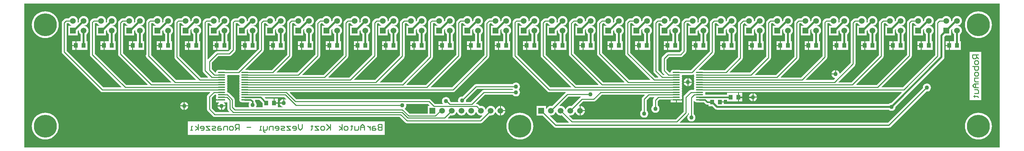
<source format=gbl>
%FSLAX25Y25*%
%MOIN*%
G70*
G01*
G75*
G04 Layer_Physical_Order=2*
G04 Layer_Color=65280*
%ADD10R,0.03937X0.05118*%
%ADD11R,0.05118X0.03937*%
%ADD12O,0.10236X0.02362*%
%ADD13R,0.10236X0.02362*%
%ADD14R,0.07677X0.01378*%
%ADD15O,0.07677X0.01378*%
%ADD16C,0.01000*%
%ADD17C,0.01300*%
%ADD18C,0.03000*%
%ADD19C,0.02000*%
%ADD20R,0.05906X0.05906*%
%ADD21C,0.05906*%
%ADD22R,0.05906X0.05906*%
%ADD23C,0.05906*%
%ADD24C,0.04331*%
%ADD25C,0.23622*%
%ADD26C,0.01500*%
G36*
X1159500Y348000D02*
X155500D01*
Y497000D01*
X1159500D01*
Y348000D01*
D02*
G37*
%LPC*%
G36*
X614563Y453000D02*
X611126D01*
Y448973D01*
X614563D01*
Y453000D01*
D02*
G37*
G36*
X585063D02*
X581626D01*
Y448973D01*
X585063D01*
Y453000D01*
D02*
G37*
G36*
X672063D02*
X668626D01*
Y448973D01*
X672063D01*
Y453000D01*
D02*
G37*
G36*
X643063D02*
X639626D01*
Y448973D01*
X643063D01*
Y453000D01*
D02*
G37*
G36*
X556063D02*
X552626D01*
Y448973D01*
X556063D01*
Y453000D01*
D02*
G37*
G36*
X469063D02*
X465626D01*
Y448973D01*
X469063D01*
Y453000D01*
D02*
G37*
G36*
X440563D02*
X437126D01*
Y448973D01*
X440563D01*
Y453000D01*
D02*
G37*
G36*
X527063D02*
X523626D01*
Y448973D01*
X527063D01*
Y453000D01*
D02*
G37*
G36*
X498063D02*
X494626D01*
Y448973D01*
X498063D01*
Y453000D01*
D02*
G37*
G36*
X701063D02*
X697626D01*
Y448973D01*
X701063D01*
Y453000D01*
D02*
G37*
G36*
X904063D02*
X900626D01*
Y448973D01*
X904063D01*
Y453000D01*
D02*
G37*
G36*
X875063D02*
X871626D01*
Y448973D01*
X875063D01*
Y453000D01*
D02*
G37*
G36*
X962063D02*
X958626D01*
Y448973D01*
X962063D01*
Y453000D01*
D02*
G37*
G36*
X933063D02*
X929626D01*
Y448973D01*
X933063D01*
Y453000D01*
D02*
G37*
G36*
X846063D02*
X842626D01*
Y448973D01*
X846063D01*
Y453000D01*
D02*
G37*
G36*
X759063D02*
X755626D01*
Y448973D01*
X759063D01*
Y453000D01*
D02*
G37*
G36*
X730063D02*
X726626D01*
Y448973D01*
X730063D01*
Y453000D01*
D02*
G37*
G36*
X817063D02*
X813626D01*
Y448973D01*
X817063D01*
Y453000D01*
D02*
G37*
G36*
X787563D02*
X784126D01*
Y448973D01*
X787563D01*
Y453000D01*
D02*
G37*
G36*
X411063D02*
X407626D01*
Y448973D01*
X411063D01*
Y453000D01*
D02*
G37*
G36*
X319500Y390500D02*
X315896D01*
X315973Y389921D01*
X316389Y388915D01*
X317052Y388052D01*
X317915Y387389D01*
X318921Y386973D01*
X319500Y386896D01*
Y390500D01*
D02*
G37*
G36*
X646000Y390898D02*
Y386500D01*
X650398D01*
X650295Y387285D01*
X649799Y388482D01*
X649010Y389510D01*
X647982Y390299D01*
X646785Y390795D01*
X646000Y390898D01*
D02*
G37*
G36*
X319500Y395104D02*
X318921Y395027D01*
X317915Y394611D01*
X317052Y393948D01*
X316389Y393085D01*
X315973Y392079D01*
X315896Y391500D01*
X319500D01*
Y395104D01*
D02*
G37*
G36*
X324104Y390500D02*
X320500D01*
Y386896D01*
X321079Y386973D01*
X322085Y387389D01*
X322948Y388052D01*
X323611Y388915D01*
X324027Y389921D01*
X324104Y390500D01*
D02*
G37*
G36*
X650398Y385500D02*
X646000D01*
Y381102D01*
X646785Y381205D01*
X647982Y381701D01*
X649010Y382490D01*
X649799Y383518D01*
X650295Y384715D01*
X650398Y385500D01*
D02*
G37*
G36*
X665500Y383822D02*
X663338Y383652D01*
X661229Y383146D01*
X659225Y382316D01*
X657376Y381182D01*
X655726Y379774D01*
X654318Y378124D01*
X653184Y376275D01*
X652354Y374271D01*
X651848Y372162D01*
X651678Y370000D01*
X651848Y367838D01*
X652354Y365729D01*
X653184Y363725D01*
X654318Y361876D01*
X655726Y360226D01*
X657376Y358818D01*
X659225Y357684D01*
X661229Y356854D01*
X663338Y356348D01*
X665500Y356178D01*
X667662Y356348D01*
X669771Y356854D01*
X671775Y357684D01*
X673624Y358818D01*
X675274Y360226D01*
X676682Y361876D01*
X677816Y363725D01*
X678646Y365729D01*
X679152Y367838D01*
X679322Y370000D01*
X679152Y372162D01*
X678646Y374271D01*
X677816Y376275D01*
X676682Y378124D01*
X675274Y379774D01*
X673624Y381182D01*
X671775Y382316D01*
X669771Y383146D01*
X667662Y383652D01*
X665500Y383822D01*
D02*
G37*
G36*
X177000D02*
X174838Y383652D01*
X172729Y383146D01*
X170725Y382316D01*
X168876Y381182D01*
X167226Y379774D01*
X165818Y378124D01*
X164684Y376275D01*
X163854Y374271D01*
X163348Y372162D01*
X163178Y370000D01*
X163348Y367838D01*
X163854Y365729D01*
X164684Y363725D01*
X165818Y361876D01*
X167226Y360226D01*
X168876Y358818D01*
X170725Y357684D01*
X172729Y356854D01*
X174838Y356348D01*
X177000Y356178D01*
X179162Y356348D01*
X181271Y356854D01*
X183275Y357684D01*
X185124Y358818D01*
X186774Y360226D01*
X188182Y361876D01*
X189316Y363725D01*
X190146Y365729D01*
X190652Y367838D01*
X190822Y370000D01*
X190652Y372162D01*
X190146Y374271D01*
X189316Y376275D01*
X188182Y378124D01*
X186774Y379774D01*
X185124Y381182D01*
X183275Y382316D01*
X181271Y383146D01*
X179162Y383652D01*
X177000Y383822D01*
D02*
G37*
G36*
X526469Y374967D02*
X323595D01*
Y361032D01*
X526469D01*
Y374967D01*
D02*
G37*
G36*
X1137500Y383822D02*
X1135338Y383652D01*
X1133229Y383146D01*
X1131225Y382316D01*
X1129376Y381182D01*
X1127726Y379774D01*
X1126318Y378124D01*
X1125184Y376275D01*
X1124354Y374271D01*
X1123848Y372162D01*
X1123678Y370000D01*
X1123848Y367838D01*
X1124354Y365729D01*
X1125184Y363725D01*
X1126318Y361876D01*
X1127726Y360226D01*
X1129376Y358818D01*
X1131225Y357684D01*
X1133229Y356854D01*
X1135338Y356348D01*
X1137500Y356178D01*
X1139662Y356348D01*
X1141771Y356854D01*
X1143775Y357684D01*
X1145624Y358818D01*
X1147274Y360226D01*
X1148682Y361876D01*
X1149816Y363725D01*
X1150646Y365729D01*
X1151152Y367838D01*
X1151322Y370000D01*
X1151152Y372162D01*
X1150646Y374271D01*
X1149816Y376275D01*
X1148682Y378124D01*
X1147274Y379774D01*
X1145624Y381182D01*
X1143775Y382316D01*
X1141771Y383146D01*
X1139662Y383652D01*
X1137500Y383822D01*
D02*
G37*
G36*
X320500Y395104D02*
Y391500D01*
X324104D01*
X324027Y392079D01*
X323611Y393085D01*
X322948Y393948D01*
X322085Y394611D01*
X321079Y395027D01*
X320500Y395104D01*
D02*
G37*
G36*
X324063Y453000D02*
X320626D01*
Y448973D01*
X324063D01*
Y453000D01*
D02*
G37*
G36*
X295063D02*
X291626D01*
Y448973D01*
X295063D01*
Y453000D01*
D02*
G37*
G36*
X382063D02*
X378626D01*
Y448973D01*
X382063D01*
Y453000D01*
D02*
G37*
G36*
X353063D02*
X349626D01*
Y448973D01*
X353063D01*
Y453000D01*
D02*
G37*
G36*
X266563D02*
X263126D01*
Y448973D01*
X266563D01*
Y453000D01*
D02*
G37*
G36*
X989957Y428060D02*
X989377Y427984D01*
X988372Y427568D01*
X987508Y426905D01*
X986846Y426041D01*
X986429Y425036D01*
X986353Y424457D01*
X989957D01*
Y428060D01*
D02*
G37*
G36*
X1140469Y446969D02*
X1128533D01*
Y397046D01*
X1140469D01*
Y446969D01*
D02*
G37*
G36*
X237063Y453000D02*
X233626D01*
Y448973D01*
X237063D01*
Y453000D01*
D02*
G37*
G36*
X208063D02*
X204626D01*
Y448973D01*
X208063D01*
Y453000D01*
D02*
G37*
G36*
X991063D02*
X987626D01*
Y448973D01*
X991063D01*
Y453000D01*
D02*
G37*
G36*
X846063Y458028D02*
X842626D01*
Y454000D01*
X846063D01*
Y458028D01*
D02*
G37*
G36*
X817063D02*
X813626D01*
Y454000D01*
X817063D01*
Y458028D01*
D02*
G37*
G36*
X875063D02*
X871626D01*
Y454000D01*
X875063D01*
Y458028D01*
D02*
G37*
G36*
X651512Y483964D02*
X650227Y483795D01*
X649030Y483299D01*
X648002Y482510D01*
X647213Y481482D01*
X646717Y480285D01*
X646593Y479339D01*
X645880Y478626D01*
X645432Y478848D01*
X645452Y479000D01*
X645283Y480285D01*
X644787Y481482D01*
X643998Y482510D01*
X642970Y483299D01*
X641773Y483795D01*
X640488Y483964D01*
X639204Y483795D01*
X638006Y483299D01*
X636978Y482510D01*
X636216Y481517D01*
X634000D01*
X633037Y481325D01*
X632220Y480780D01*
X629720Y478280D01*
X629175Y477463D01*
X628983Y476500D01*
Y443542D01*
X595619Y410178D01*
X573891D01*
X573700Y410640D01*
X604280Y441220D01*
X604825Y442037D01*
X605017Y443000D01*
X605017Y443000D01*
X605017Y443000D01*
Y443000D01*
Y454000D01*
Y475957D01*
X605543Y476483D01*
X607216D01*
X607978Y475490D01*
X609006Y474701D01*
X609706Y474412D01*
X609608Y473921D01*
X606567D01*
Y464079D01*
X616409D01*
Y469687D01*
X617313Y470591D01*
X617729Y470313D01*
X617717Y470285D01*
X617548Y469000D01*
X617717Y467715D01*
X618213Y466518D01*
X619002Y465490D01*
X619518Y465094D01*
Y458381D01*
X619164Y458028D01*
X619000D01*
X619000D01*
X619000D01*
X618646Y458028D01*
X618646Y458028D01*
Y458028D01*
X615563D01*
Y453499D01*
Y448973D01*
X619000D01*
Y448972D01*
X619000D01*
X619000Y448972D01*
X619354Y448973D01*
X619354Y448972D01*
Y448973D01*
X626874D01*
Y458028D01*
X625506D01*
Y465094D01*
X626022Y465490D01*
X626811Y466518D01*
X627306Y467715D01*
X627476Y469000D01*
X627306Y470285D01*
X626811Y471482D01*
X626022Y472510D01*
X624994Y473299D01*
X623797Y473795D01*
X622512Y473964D01*
X621227Y473795D01*
X621199Y473783D01*
X621732Y474139D01*
X622512Y474036D01*
X623797Y474205D01*
X624994Y474701D01*
X626022Y475490D01*
X626811Y476518D01*
X627306Y477715D01*
X627476Y479000D01*
X627306Y480285D01*
X626811Y481482D01*
X626022Y482510D01*
X624994Y483299D01*
X623797Y483795D01*
X622512Y483964D01*
X621227Y483795D01*
X620030Y483299D01*
X619002Y482510D01*
X618213Y481482D01*
X617717Y480285D01*
X617593Y479339D01*
X616880Y478626D01*
X616432Y478848D01*
X616452Y479000D01*
X616283Y480285D01*
X615787Y481482D01*
X614998Y482510D01*
X613970Y483299D01*
X612773Y483795D01*
X611488Y483964D01*
X610204Y483795D01*
X609006Y483299D01*
X607978Y482510D01*
X607216Y481517D01*
X604500D01*
X603537Y481325D01*
X602720Y480780D01*
X600720Y478780D01*
X600175Y477963D01*
X599983Y477000D01*
Y454000D01*
Y444042D01*
X568678Y412737D01*
X548950D01*
X548759Y413199D01*
X575280Y439720D01*
X575825Y440537D01*
X576017Y441500D01*
X576017Y441500D01*
X576017Y441500D01*
Y441500D01*
Y476458D01*
X576043Y476483D01*
X578216D01*
X578978Y475490D01*
X580006Y474701D01*
X580706Y474412D01*
X580608Y473921D01*
X577567D01*
Y464079D01*
X587409D01*
Y469687D01*
X588313Y470591D01*
X588729Y470313D01*
X588717Y470285D01*
X588548Y469000D01*
X588717Y467715D01*
X589213Y466518D01*
X590002Y465490D01*
X590518Y465094D01*
Y458028D01*
X589854D01*
X589854Y458028D01*
Y458028D01*
X589500Y458028D01*
X589500D01*
X589500D01*
X589147Y458028D01*
X589146Y458028D01*
Y458028D01*
X586063D01*
Y453499D01*
Y448973D01*
X589500D01*
Y448972D01*
X589500D01*
X589500Y448972D01*
X589854Y448973D01*
X589854Y448972D01*
Y448973D01*
X597374D01*
Y458028D01*
X596506D01*
Y465094D01*
X597022Y465490D01*
X597811Y466518D01*
X598306Y467715D01*
X598476Y469000D01*
X598306Y470285D01*
X597811Y471482D01*
X597022Y472510D01*
X595994Y473299D01*
X594797Y473795D01*
X593512Y473964D01*
X592227Y473795D01*
X592199Y473783D01*
X592732Y474139D01*
X593512Y474036D01*
X594797Y474205D01*
X595994Y474701D01*
X597022Y475490D01*
X597811Y476518D01*
X598306Y477715D01*
X598476Y479000D01*
X598306Y480285D01*
X597811Y481482D01*
X597022Y482510D01*
X595994Y483299D01*
X594797Y483795D01*
X593512Y483964D01*
X592227Y483795D01*
X591030Y483299D01*
X590002Y482510D01*
X589213Y481482D01*
X588717Y480285D01*
X588593Y479339D01*
X587880Y478626D01*
X587432Y478848D01*
X587452Y479000D01*
X587283Y480285D01*
X586787Y481482D01*
X585998Y482510D01*
X584970Y483299D01*
X583773Y483795D01*
X582488Y483964D01*
X581204Y483795D01*
X580006Y483299D01*
X578978Y482510D01*
X578216Y481517D01*
X575000D01*
X574037Y481325D01*
X573220Y480780D01*
X571720Y479280D01*
X571175Y478463D01*
X570983Y477500D01*
Y442543D01*
X543737Y415296D01*
X521509D01*
X521318Y415758D01*
X546280Y440720D01*
X546825Y441537D01*
X547017Y442500D01*
X547017Y442500D01*
X547017Y442500D01*
Y442500D01*
Y475957D01*
X547542Y476483D01*
X549216D01*
X549978Y475490D01*
X551006Y474701D01*
X551706Y474412D01*
X551608Y473921D01*
X548567D01*
Y464079D01*
X558410D01*
Y469687D01*
X559313Y470591D01*
X559729Y470313D01*
X559717Y470285D01*
X559548Y469000D01*
X559717Y467715D01*
X560213Y466518D01*
X561002Y465490D01*
X561518Y465094D01*
Y458028D01*
X560854D01*
X560854Y458028D01*
Y458028D01*
X560500Y458028D01*
X560500D01*
X560500D01*
X560147Y458028D01*
X560146Y458028D01*
Y458028D01*
X557063D01*
Y453499D01*
Y448973D01*
X560500D01*
Y448972D01*
X560500D01*
X560500Y448972D01*
X560854Y448973D01*
X560854Y448972D01*
Y448973D01*
X568374D01*
Y458028D01*
X567506D01*
Y465094D01*
X568022Y465490D01*
X568811Y466518D01*
X569306Y467715D01*
X569476Y469000D01*
X569306Y470285D01*
X568811Y471482D01*
X568022Y472510D01*
X566994Y473299D01*
X565797Y473795D01*
X564512Y473964D01*
X563227Y473795D01*
X563199Y473783D01*
X563732Y474139D01*
X564512Y474036D01*
X565797Y474205D01*
X566994Y474701D01*
X568022Y475490D01*
X568811Y476518D01*
X569306Y477715D01*
X569476Y479000D01*
X569306Y480285D01*
X568811Y481482D01*
X568022Y482510D01*
X566994Y483299D01*
X565797Y483795D01*
X564512Y483964D01*
X563227Y483795D01*
X562030Y483299D01*
X561002Y482510D01*
X560213Y481482D01*
X559717Y480285D01*
X559593Y479339D01*
X558880Y478626D01*
X558432Y478848D01*
X558452Y479000D01*
X558283Y480285D01*
X557787Y481482D01*
X556998Y482510D01*
X555970Y483299D01*
X554773Y483795D01*
X553488Y483964D01*
X552204Y483795D01*
X551006Y483299D01*
X549978Y482510D01*
X549216Y481517D01*
X546500D01*
X545537Y481325D01*
X544720Y480780D01*
X542720Y478780D01*
X542175Y477963D01*
X541983Y477000D01*
Y443542D01*
X516296Y417855D01*
X495068D01*
X494877Y418317D01*
X517780Y441220D01*
X518325Y442037D01*
X518517Y443000D01*
X518517Y443000D01*
X518517Y443000D01*
Y443000D01*
Y456000D01*
Y475957D01*
X519042Y476483D01*
X520216D01*
X520978Y475490D01*
X522006Y474701D01*
X522706Y474412D01*
X522608Y473921D01*
X519567D01*
Y464079D01*
X529410D01*
Y469687D01*
X530313Y470591D01*
X530729Y470313D01*
X530717Y470285D01*
X530548Y469000D01*
X530717Y467715D01*
X531213Y466518D01*
X532002Y465490D01*
X532518Y465094D01*
Y458028D01*
X531854D01*
X531854Y458028D01*
Y458028D01*
X531500Y458028D01*
X531500D01*
X531500D01*
X531146Y458028D01*
X531146Y458028D01*
Y458028D01*
X528063D01*
Y453499D01*
Y448973D01*
X531500D01*
Y448972D01*
X531500D01*
X531500Y448972D01*
X531854Y448973D01*
X531854Y448972D01*
Y448973D01*
X539374D01*
Y458028D01*
X538506D01*
Y465094D01*
X539022Y465490D01*
X539811Y466518D01*
X540306Y467715D01*
X540476Y469000D01*
X540306Y470285D01*
X539811Y471482D01*
X539022Y472510D01*
X537994Y473299D01*
X536797Y473795D01*
X535512Y473964D01*
X534227Y473795D01*
X534199Y473783D01*
X534732Y474139D01*
X535512Y474036D01*
X536797Y474205D01*
X537994Y474701D01*
X539022Y475490D01*
X539811Y476518D01*
X540306Y477715D01*
X540476Y479000D01*
X540306Y480285D01*
X539811Y481482D01*
X539022Y482510D01*
X537994Y483299D01*
X536797Y483795D01*
X535512Y483964D01*
X534227Y483795D01*
X533030Y483299D01*
X532002Y482510D01*
X531213Y481482D01*
X530717Y480285D01*
X530593Y479339D01*
X529880Y478626D01*
X529432Y478848D01*
X529452Y479000D01*
X529283Y480285D01*
X528787Y481482D01*
X527998Y482510D01*
X526970Y483299D01*
X525773Y483795D01*
X524488Y483964D01*
X523204Y483795D01*
X522006Y483299D01*
X520978Y482510D01*
X520216Y481517D01*
X518000D01*
X517037Y481325D01*
X516220Y480780D01*
X514220Y478780D01*
X513675Y477963D01*
X513483Y477000D01*
Y456000D01*
Y444042D01*
X489855Y420414D01*
X468627D01*
X468436Y420876D01*
X488280Y440720D01*
X488825Y441537D01*
X489017Y442500D01*
X489017Y442500D01*
X489017Y442500D01*
Y442500D01*
Y454500D01*
Y475957D01*
X489542Y476483D01*
X491216D01*
X491978Y475490D01*
X493006Y474701D01*
X493706Y474412D01*
X493608Y473921D01*
X490567D01*
Y464079D01*
X500410D01*
Y468663D01*
X501120Y469374D01*
X501568Y469152D01*
X501548Y469000D01*
X501717Y467715D01*
X502213Y466518D01*
X503002Y465490D01*
X503518Y465094D01*
Y458028D01*
X502854D01*
X502854Y458028D01*
Y458028D01*
X502500Y458028D01*
X502500D01*
X502500D01*
X502146Y458028D01*
X502146Y458028D01*
Y458028D01*
X499063D01*
Y453499D01*
Y448973D01*
X502500D01*
Y448972D01*
X502500D01*
X502500Y448972D01*
X502854Y448973D01*
X502854Y448972D01*
Y448973D01*
X510374D01*
Y458028D01*
X509506D01*
Y465094D01*
X510022Y465490D01*
X510811Y466518D01*
X511306Y467715D01*
X511476Y469000D01*
X511306Y470285D01*
X510811Y471482D01*
X510022Y472510D01*
X508994Y473299D01*
X507796Y473795D01*
X506512Y473964D01*
X505979Y473894D01*
X506119Y474088D01*
X506512Y474036D01*
X507796Y474205D01*
X508994Y474701D01*
X510022Y475490D01*
X510811Y476518D01*
X511306Y477715D01*
X511476Y479000D01*
X511306Y480285D01*
X510811Y481482D01*
X510022Y482510D01*
X508994Y483299D01*
X507796Y483795D01*
X506512Y483964D01*
X505227Y483795D01*
X504030Y483299D01*
X503002Y482510D01*
X502213Y481482D01*
X501717Y480285D01*
X501548Y479000D01*
X501633Y478356D01*
X500687Y477409D01*
X500271Y477687D01*
X500283Y477715D01*
X500452Y479000D01*
X500283Y480285D01*
X499787Y481482D01*
X498998Y482510D01*
X497970Y483299D01*
X496773Y483795D01*
X495488Y483964D01*
X494204Y483795D01*
X493006Y483299D01*
X491978Y482510D01*
X491216Y481517D01*
X488500D01*
X487537Y481325D01*
X486720Y480780D01*
X484720Y478780D01*
X484175Y477963D01*
X483983Y477000D01*
Y454500D01*
Y443542D01*
X463414Y422974D01*
X441686D01*
X441495Y423435D01*
X459280Y441220D01*
X459825Y442037D01*
X460017Y443000D01*
X460017Y443000D01*
X460017Y443000D01*
Y443000D01*
Y455436D01*
Y475457D01*
X461042Y476483D01*
X462216D01*
X462978Y475490D01*
X464006Y474701D01*
X464706Y474412D01*
X464608Y473921D01*
X461567D01*
Y464079D01*
X471410D01*
Y469687D01*
X472313Y470591D01*
X472729Y470313D01*
X472717Y470285D01*
X472548Y469000D01*
X472717Y467715D01*
X473213Y466518D01*
X474002Y465490D01*
X474518Y465094D01*
Y458028D01*
X473854D01*
X473854Y458028D01*
Y458028D01*
X473500Y458028D01*
X473500D01*
X473500D01*
X473146Y458028D01*
X473146Y458028D01*
Y458028D01*
X470063D01*
Y453499D01*
Y448973D01*
X473500D01*
Y448972D01*
X473500D01*
X473500Y448972D01*
X473854Y448973D01*
X473854Y448972D01*
Y448973D01*
X481374D01*
Y458028D01*
X480506D01*
Y465094D01*
X481022Y465490D01*
X481811Y466518D01*
X482306Y467715D01*
X482476Y469000D01*
X482306Y470285D01*
X481811Y471482D01*
X481022Y472510D01*
X479994Y473299D01*
X478796Y473795D01*
X477512Y473964D01*
X476227Y473795D01*
X476199Y473783D01*
X476732Y474139D01*
X477512Y474036D01*
X478796Y474205D01*
X479994Y474701D01*
X481022Y475490D01*
X481811Y476518D01*
X482306Y477715D01*
X482476Y479000D01*
X482306Y480285D01*
X481811Y481482D01*
X481022Y482510D01*
X479994Y483299D01*
X478796Y483795D01*
X477512Y483964D01*
X476227Y483795D01*
X475030Y483299D01*
X474002Y482510D01*
X473213Y481482D01*
X472717Y480285D01*
X472593Y479339D01*
X471880Y478626D01*
X471432Y478848D01*
X471452Y479000D01*
X471283Y480285D01*
X470787Y481482D01*
X469998Y482510D01*
X468970Y483299D01*
X467773Y483795D01*
X466488Y483964D01*
X465204Y483795D01*
X464006Y483299D01*
X462978Y482510D01*
X462216Y481517D01*
X460000D01*
X459037Y481325D01*
X458220Y480780D01*
X455720Y478280D01*
X455175Y477463D01*
X454983Y476500D01*
Y455436D01*
Y444042D01*
X436473Y425533D01*
X415245D01*
X415054Y425994D01*
X430280Y441220D01*
X430825Y442037D01*
X431017Y443000D01*
X431017Y443000D01*
X431017Y443000D01*
Y443000D01*
Y475957D01*
X431542Y476483D01*
X433216D01*
X433978Y475490D01*
X435006Y474701D01*
X435706Y474412D01*
X435608Y473921D01*
X432567D01*
Y464079D01*
X442410D01*
Y469687D01*
X443313Y470591D01*
X443729Y470313D01*
X443717Y470285D01*
X443548Y469000D01*
X443717Y467715D01*
X444213Y466518D01*
X445002Y465490D01*
X445518Y465094D01*
Y458381D01*
X445164Y458028D01*
X445000D01*
X445000D01*
X445000D01*
X444647Y458028D01*
X444646Y458028D01*
Y458028D01*
X441563D01*
Y453499D01*
Y448973D01*
X445000D01*
Y448972D01*
X445000D01*
X445000Y448972D01*
X445354Y448973D01*
X445354Y448972D01*
Y448973D01*
X452874D01*
Y458028D01*
X451506D01*
Y465094D01*
X452022Y465490D01*
X452810Y466518D01*
X453306Y467715D01*
X453476Y469000D01*
X453306Y470285D01*
X452810Y471482D01*
X452022Y472510D01*
X450994Y473299D01*
X449796Y473795D01*
X448512Y473964D01*
X447227Y473795D01*
X447199Y473783D01*
X447732Y474139D01*
X448512Y474036D01*
X449796Y474205D01*
X450994Y474701D01*
X452022Y475490D01*
X452810Y476518D01*
X453306Y477715D01*
X453476Y479000D01*
X453306Y480285D01*
X452810Y481482D01*
X452022Y482510D01*
X450994Y483299D01*
X449796Y483795D01*
X448512Y483964D01*
X447227Y483795D01*
X446030Y483299D01*
X445002Y482510D01*
X444213Y481482D01*
X443717Y480285D01*
X443593Y479339D01*
X442880Y478626D01*
X442432Y478848D01*
X442452Y479000D01*
X442283Y480285D01*
X441787Y481482D01*
X440998Y482510D01*
X439970Y483299D01*
X438773Y483795D01*
X437488Y483964D01*
X436203Y483795D01*
X435006Y483299D01*
X433978Y482510D01*
X433216Y481517D01*
X430500D01*
X429537Y481325D01*
X428720Y480780D01*
X426720Y478780D01*
X426175Y477963D01*
X425983Y477000D01*
Y444042D01*
X410032Y428092D01*
X386526D01*
X386351Y428164D01*
X385658Y428255D01*
X382968D01*
X382776Y428717D01*
X399710Y445651D01*
X399794Y445707D01*
X401280Y447193D01*
X401280Y447193D01*
X401825Y448009D01*
X402017Y448972D01*
Y475957D01*
X402542Y476483D01*
X404216D01*
X404978Y475490D01*
X406006Y474701D01*
X406706Y474412D01*
X406608Y473921D01*
X403567D01*
Y464079D01*
X413410D01*
Y469687D01*
X414313Y470591D01*
X414729Y470313D01*
X414717Y470285D01*
X414548Y469000D01*
X414717Y467715D01*
X415213Y466518D01*
X416002Y465490D01*
X416518Y465094D01*
Y458028D01*
X415854D01*
X415854Y458028D01*
Y458028D01*
X415500Y458028D01*
X415500D01*
X415500D01*
X415146Y458028D01*
X415146Y458028D01*
Y458028D01*
X412063D01*
Y453499D01*
Y448973D01*
X415500D01*
Y448972D01*
X415500D01*
X415500Y448972D01*
X415854Y448973D01*
X415854Y448972D01*
Y448973D01*
X423374D01*
Y458028D01*
X422506D01*
Y465094D01*
X423022Y465490D01*
X423810Y466518D01*
X424306Y467715D01*
X424475Y469000D01*
X424306Y470285D01*
X423810Y471482D01*
X423022Y472510D01*
X421994Y473299D01*
X420796Y473795D01*
X419512Y473964D01*
X418227Y473795D01*
X418199Y473783D01*
X418732Y474139D01*
X419512Y474036D01*
X420796Y474205D01*
X421994Y474701D01*
X423022Y475490D01*
X423810Y476518D01*
X424306Y477715D01*
X424475Y479000D01*
X424306Y480285D01*
X423810Y481482D01*
X423022Y482510D01*
X421994Y483299D01*
X420796Y483795D01*
X419512Y483964D01*
X418227Y483795D01*
X417030Y483299D01*
X416002Y482510D01*
X415213Y481482D01*
X414717Y480285D01*
X414593Y479339D01*
X413880Y478626D01*
X413432Y478848D01*
X413452Y479000D01*
X413283Y480285D01*
X412787Y481482D01*
X411998Y482510D01*
X410970Y483299D01*
X409773Y483795D01*
X408488Y483964D01*
X407203Y483795D01*
X406006Y483299D01*
X404978Y482510D01*
X404216Y481517D01*
X401500D01*
X400537Y481325D01*
X399720Y480780D01*
X397720Y478780D01*
X397175Y477963D01*
X396983Y477000D01*
Y450015D01*
X396290Y449321D01*
X396206Y449266D01*
X375032Y428092D01*
X362510D01*
X362335Y428164D01*
X361642Y428255D01*
X355343D01*
X354649Y428164D01*
X354002Y427896D01*
X353447Y427470D01*
X353021Y426915D01*
X352753Y426268D01*
X352662Y425575D01*
X352625Y425533D01*
X352027D01*
X348517Y429042D01*
Y435957D01*
X355043Y442483D01*
X366500D01*
X367463Y442675D01*
X368280Y443220D01*
X372280Y447220D01*
X372825Y448037D01*
X373017Y449000D01*
Y476458D01*
X373042Y476483D01*
X375216D01*
X375978Y475490D01*
X377006Y474701D01*
X377706Y474412D01*
X377608Y473921D01*
X374567D01*
Y464079D01*
X384409D01*
Y469687D01*
X385313Y470591D01*
X385729Y470313D01*
X385717Y470285D01*
X385548Y469000D01*
X385717Y467715D01*
X386213Y466518D01*
X387002Y465490D01*
X387518Y465094D01*
Y458028D01*
X386854D01*
X386854Y458028D01*
Y458028D01*
X386500Y458028D01*
X386500D01*
X386500D01*
X386146Y458028D01*
X386146Y458028D01*
Y458028D01*
X383063D01*
Y453499D01*
Y448973D01*
X386500D01*
Y448972D01*
X386500D01*
X386500Y448972D01*
X386854Y448973D01*
X386854Y448972D01*
Y448973D01*
X394374D01*
Y458028D01*
X393506D01*
Y465094D01*
X394022Y465490D01*
X394811Y466518D01*
X395306Y467715D01*
X395476Y469000D01*
X395306Y470285D01*
X394811Y471482D01*
X394022Y472510D01*
X392994Y473299D01*
X391796Y473795D01*
X390512Y473964D01*
X389227Y473795D01*
X389199Y473783D01*
X389732Y474139D01*
X390512Y474036D01*
X391796Y474205D01*
X392994Y474701D01*
X394022Y475490D01*
X394811Y476518D01*
X395306Y477715D01*
X395476Y479000D01*
X395306Y480285D01*
X394811Y481482D01*
X394022Y482510D01*
X392994Y483299D01*
X391796Y483795D01*
X390512Y483964D01*
X389227Y483795D01*
X388030Y483299D01*
X387002Y482510D01*
X386213Y481482D01*
X385717Y480285D01*
X385593Y479339D01*
X384880Y478626D01*
X384432Y478848D01*
X384452Y479000D01*
X384283Y480285D01*
X383787Y481482D01*
X382998Y482510D01*
X381970Y483299D01*
X380773Y483795D01*
X379488Y483964D01*
X378204Y483795D01*
X377006Y483299D01*
X375978Y482510D01*
X375216Y481517D01*
X372000D01*
X371037Y481325D01*
X370220Y480780D01*
X368720Y479280D01*
X368175Y478463D01*
X367983Y477500D01*
Y450042D01*
X365458Y447517D01*
X354000D01*
X353037Y447325D01*
X352220Y446780D01*
X344479Y439038D01*
X344017Y439229D01*
Y476458D01*
X344042Y476483D01*
X346216D01*
X346978Y475490D01*
X348006Y474701D01*
X348706Y474412D01*
X348608Y473921D01*
X345567D01*
Y464079D01*
X355410D01*
Y468663D01*
X356120Y469374D01*
X356568Y469152D01*
X356548Y469000D01*
X356717Y467715D01*
X357213Y466518D01*
X358002Y465490D01*
X358518Y465094D01*
Y458028D01*
X357854D01*
X357854Y458028D01*
Y458028D01*
X357500Y458028D01*
X357500D01*
X357500D01*
X357147Y458028D01*
X357146Y458028D01*
Y458028D01*
X354063D01*
Y453499D01*
Y448973D01*
X357500D01*
Y448972D01*
X357500D01*
X357500Y448972D01*
X357854Y448973D01*
X357854Y448972D01*
Y448973D01*
X365374D01*
Y458028D01*
X364506D01*
Y465094D01*
X365022Y465490D01*
X365810Y466518D01*
X366306Y467715D01*
X366476Y469000D01*
X366306Y470285D01*
X365810Y471482D01*
X365022Y472510D01*
X363994Y473299D01*
X362796Y473795D01*
X361512Y473964D01*
X360980Y473894D01*
X361119Y474088D01*
X361512Y474036D01*
X362796Y474205D01*
X363994Y474701D01*
X365022Y475490D01*
X365810Y476518D01*
X366306Y477715D01*
X366476Y479000D01*
X366306Y480285D01*
X365810Y481482D01*
X365022Y482510D01*
X363994Y483299D01*
X362796Y483795D01*
X361512Y483964D01*
X360227Y483795D01*
X359030Y483299D01*
X358002Y482510D01*
X357213Y481482D01*
X356717Y480285D01*
X356548Y479000D01*
X356633Y478356D01*
X355687Y477409D01*
X355271Y477687D01*
X355283Y477715D01*
X355452Y479000D01*
X355283Y480285D01*
X354787Y481482D01*
X353998Y482510D01*
X352970Y483299D01*
X351773Y483795D01*
X350488Y483964D01*
X349203Y483795D01*
X348006Y483299D01*
X346978Y482510D01*
X346216Y481517D01*
X343000D01*
X342037Y481325D01*
X341220Y480780D01*
X339720Y479280D01*
X339175Y478463D01*
X338983Y477500D01*
Y427500D01*
X338983Y427500D01*
X338983D01*
X339175Y426537D01*
X339720Y425720D01*
X344564Y420876D01*
X344373Y420414D01*
X337145D01*
X315017Y442543D01*
Y476458D01*
X315042Y476483D01*
X317216D01*
X317978Y475490D01*
X319006Y474701D01*
X319706Y474412D01*
X319608Y473921D01*
X316567D01*
Y464079D01*
X326410D01*
Y469687D01*
X327313Y470591D01*
X327729Y470313D01*
X327717Y470285D01*
X327548Y469000D01*
X327717Y467715D01*
X328213Y466518D01*
X329002Y465490D01*
X329518Y465094D01*
Y458028D01*
X328854D01*
X328854Y458028D01*
Y458028D01*
X328500Y458028D01*
X328500D01*
X328500D01*
X328147Y458028D01*
X328146Y458028D01*
Y458028D01*
X325063D01*
Y453499D01*
Y448973D01*
X328500D01*
Y448972D01*
X328500D01*
X328500Y448972D01*
X328854Y448973D01*
X328854Y448972D01*
Y448973D01*
X336374D01*
Y458028D01*
X335506D01*
Y465094D01*
X336022Y465490D01*
X336810Y466518D01*
X337306Y467715D01*
X337475Y469000D01*
X337306Y470285D01*
X336810Y471482D01*
X336022Y472510D01*
X334994Y473299D01*
X333797Y473795D01*
X332512Y473964D01*
X331227Y473795D01*
X331199Y473783D01*
X331732Y474139D01*
X332512Y474036D01*
X333797Y474205D01*
X334994Y474701D01*
X336022Y475490D01*
X336810Y476518D01*
X337306Y477715D01*
X337475Y479000D01*
X337306Y480285D01*
X336810Y481482D01*
X336022Y482510D01*
X334994Y483299D01*
X333797Y483795D01*
X332512Y483964D01*
X331227Y483795D01*
X330030Y483299D01*
X329002Y482510D01*
X328213Y481482D01*
X327717Y480285D01*
X327593Y479339D01*
X326880Y478626D01*
X326432Y478848D01*
X326452Y479000D01*
X326283Y480285D01*
X325787Y481482D01*
X324998Y482510D01*
X323970Y483299D01*
X322773Y483795D01*
X321488Y483964D01*
X320203Y483795D01*
X319006Y483299D01*
X317978Y482510D01*
X317216Y481517D01*
X314000D01*
X313037Y481325D01*
X312220Y480780D01*
X310720Y479280D01*
X310175Y478463D01*
X309983Y477500D01*
Y441500D01*
X309983Y441500D01*
X309983D01*
X310175Y440537D01*
X310720Y439720D01*
X332123Y418317D01*
X331932Y417855D01*
X311704D01*
X286017Y443542D01*
Y476458D01*
X286042Y476483D01*
X288216D01*
X288978Y475490D01*
X290006Y474701D01*
X290706Y474412D01*
X290608Y473921D01*
X287567D01*
Y464079D01*
X297410D01*
Y468663D01*
X298120Y469374D01*
X298568Y469152D01*
X298548Y469000D01*
X298717Y467715D01*
X299213Y466518D01*
X300002Y465490D01*
X300518Y465094D01*
Y458028D01*
X299854D01*
X299854Y458028D01*
Y458028D01*
X299500Y458028D01*
X299500D01*
X299500D01*
X299147Y458028D01*
X299146Y458028D01*
Y458028D01*
X296063D01*
Y453499D01*
Y448973D01*
X299500D01*
Y448972D01*
X299500D01*
X299500Y448972D01*
X299854Y448973D01*
X299854Y448972D01*
Y448973D01*
X307374D01*
Y458028D01*
X306506D01*
Y465094D01*
X307022Y465490D01*
X307810Y466518D01*
X308306Y467715D01*
X308475Y469000D01*
X308306Y470285D01*
X307810Y471482D01*
X307022Y472510D01*
X305994Y473299D01*
X304797Y473795D01*
X303512Y473964D01*
X302979Y473894D01*
X303119Y474088D01*
X303512Y474036D01*
X304797Y474205D01*
X305994Y474701D01*
X307022Y475490D01*
X307810Y476518D01*
X308306Y477715D01*
X308475Y479000D01*
X308306Y480285D01*
X307810Y481482D01*
X307022Y482510D01*
X305994Y483299D01*
X304797Y483795D01*
X303512Y483964D01*
X302227Y483795D01*
X301030Y483299D01*
X300002Y482510D01*
X299213Y481482D01*
X298717Y480285D01*
X298548Y479000D01*
X298633Y478356D01*
X297687Y477409D01*
X297271Y477687D01*
X297283Y477715D01*
X297452Y479000D01*
X297283Y480285D01*
X296787Y481482D01*
X295998Y482510D01*
X294970Y483299D01*
X293773Y483795D01*
X292488Y483964D01*
X291203Y483795D01*
X290006Y483299D01*
X288978Y482510D01*
X288216Y481517D01*
X285000D01*
X284037Y481325D01*
X283220Y480780D01*
X281720Y479280D01*
X281175Y478463D01*
X280983Y477500D01*
Y444425D01*
X280675Y443963D01*
X280483Y443000D01*
X280675Y442037D01*
X281220Y441220D01*
X306682Y415758D01*
X306491Y415296D01*
X287263D01*
X257017Y445542D01*
Y475957D01*
X257542Y476483D01*
X259216D01*
X259978Y475490D01*
X261006Y474701D01*
X261706Y474412D01*
X261608Y473921D01*
X258567D01*
Y464079D01*
X268409D01*
Y468663D01*
X269120Y469374D01*
X269568Y469152D01*
X269548Y469000D01*
X269717Y467715D01*
X270213Y466518D01*
X271002Y465490D01*
X271518Y465094D01*
Y458381D01*
X271164Y458028D01*
X271000D01*
X271000D01*
X271000D01*
X270647Y458028D01*
X270646Y458028D01*
Y458028D01*
X267563D01*
Y453499D01*
Y448973D01*
X271000D01*
Y448972D01*
X271000D01*
X271000Y448972D01*
X271354Y448973D01*
X271354Y448972D01*
Y448973D01*
X278874D01*
Y458028D01*
X277506D01*
Y465094D01*
X278022Y465490D01*
X278811Y466518D01*
X279306Y467715D01*
X279475Y469000D01*
X279306Y470285D01*
X278811Y471482D01*
X278022Y472510D01*
X276994Y473299D01*
X275797Y473795D01*
X274512Y473964D01*
X273979Y473894D01*
X274119Y474088D01*
X274512Y474036D01*
X275797Y474205D01*
X276994Y474701D01*
X278022Y475490D01*
X278811Y476518D01*
X279306Y477715D01*
X279475Y479000D01*
X279306Y480285D01*
X278811Y481482D01*
X278022Y482510D01*
X276994Y483299D01*
X275797Y483795D01*
X274512Y483964D01*
X273227Y483795D01*
X272030Y483299D01*
X271002Y482510D01*
X270213Y481482D01*
X269717Y480285D01*
X269548Y479000D01*
X269633Y478356D01*
X268687Y477409D01*
X268271Y477687D01*
X268283Y477715D01*
X268452Y479000D01*
X268283Y480285D01*
X267787Y481482D01*
X266998Y482510D01*
X265970Y483299D01*
X264773Y483795D01*
X263488Y483964D01*
X262204Y483795D01*
X261006Y483299D01*
X259978Y482510D01*
X259216Y481517D01*
X256500D01*
X255537Y481325D01*
X254720Y480780D01*
X252720Y478780D01*
X252175Y477963D01*
X251983Y477000D01*
Y444500D01*
X251983Y444500D01*
X251983D01*
X252175Y443537D01*
X252720Y442720D01*
X282241Y413199D01*
X282050Y412737D01*
X260322D01*
X228017Y445043D01*
Y476458D01*
X228043Y476483D01*
X230216D01*
X230978Y475490D01*
X232006Y474701D01*
X232706Y474412D01*
X232608Y473921D01*
X229567D01*
Y464079D01*
X239409D01*
Y468663D01*
X240120Y469374D01*
X240568Y469152D01*
X240548Y469000D01*
X240717Y467715D01*
X241213Y466518D01*
X242002Y465490D01*
X242518Y465094D01*
Y458028D01*
X241854D01*
X241854Y458028D01*
Y458028D01*
X241500Y458028D01*
X241500D01*
X241500D01*
X241146Y458028D01*
X241146Y458028D01*
Y458028D01*
X238063D01*
Y453499D01*
Y448973D01*
X241500D01*
Y448972D01*
X241500D01*
X241500Y448972D01*
X241854Y448973D01*
X241854Y448972D01*
Y448973D01*
X249374D01*
Y458028D01*
X248506D01*
Y465094D01*
X249022Y465490D01*
X249811Y466518D01*
X250306Y467715D01*
X250476Y469000D01*
X250306Y470285D01*
X249811Y471482D01*
X249022Y472510D01*
X247994Y473299D01*
X246796Y473795D01*
X245512Y473964D01*
X244980Y473894D01*
X245119Y474088D01*
X245512Y474036D01*
X246796Y474205D01*
X247994Y474701D01*
X249022Y475490D01*
X249811Y476518D01*
X250306Y477715D01*
X250476Y479000D01*
X250306Y480285D01*
X249811Y481482D01*
X249022Y482510D01*
X247994Y483299D01*
X246796Y483795D01*
X245512Y483964D01*
X244227Y483795D01*
X243030Y483299D01*
X242002Y482510D01*
X241213Y481482D01*
X240717Y480285D01*
X240548Y479000D01*
X240633Y478356D01*
X239687Y477409D01*
X239271Y477687D01*
X239283Y477715D01*
X239452Y479000D01*
X239283Y480285D01*
X238787Y481482D01*
X237998Y482510D01*
X236970Y483299D01*
X235773Y483795D01*
X234488Y483964D01*
X233204Y483795D01*
X232006Y483299D01*
X230978Y482510D01*
X230216Y481517D01*
X227000D01*
X226037Y481325D01*
X225220Y480780D01*
X223720Y479280D01*
X223175Y478463D01*
X222983Y477500D01*
Y444000D01*
X222983Y444000D01*
X222983D01*
X223175Y443037D01*
X223720Y442220D01*
X255300Y410640D01*
X255109Y410178D01*
X236881D01*
X199017Y448042D01*
Y475957D01*
X199542Y476483D01*
X201216D01*
X201978Y475490D01*
X203006Y474701D01*
X203706Y474412D01*
X203608Y473921D01*
X200567D01*
Y464079D01*
X210409D01*
Y468663D01*
X211120Y469374D01*
X211568Y469152D01*
X211548Y469000D01*
X211717Y467715D01*
X212213Y466518D01*
X213002Y465490D01*
X213518Y465094D01*
Y458028D01*
X212854D01*
X212854Y458028D01*
Y458028D01*
X212500Y458028D01*
X212500D01*
X212500D01*
X212146Y458028D01*
X212146Y458028D01*
Y458028D01*
X209063D01*
Y453499D01*
Y448973D01*
X212500D01*
Y448972D01*
X212500D01*
X212500Y448972D01*
X212854Y448973D01*
X212854Y448972D01*
Y448973D01*
X220374D01*
Y458028D01*
X219506D01*
Y465094D01*
X220022Y465490D01*
X220811Y466518D01*
X221306Y467715D01*
X221476Y469000D01*
X221306Y470285D01*
X220811Y471482D01*
X220022Y472510D01*
X218994Y473299D01*
X217796Y473795D01*
X216512Y473964D01*
X215980Y473894D01*
X216119Y474088D01*
X216512Y474036D01*
X217796Y474205D01*
X218994Y474701D01*
X220022Y475490D01*
X220811Y476518D01*
X221306Y477715D01*
X221476Y479000D01*
X221306Y480285D01*
X220811Y481482D01*
X220022Y482510D01*
X218994Y483299D01*
X217796Y483795D01*
X216512Y483964D01*
X215227Y483795D01*
X214030Y483299D01*
X213002Y482510D01*
X212213Y481482D01*
X211717Y480285D01*
X211548Y479000D01*
X211633Y478356D01*
X210687Y477409D01*
X210271Y477687D01*
X210283Y477715D01*
X210452Y479000D01*
X210283Y480285D01*
X209787Y481482D01*
X208998Y482510D01*
X207970Y483299D01*
X206773Y483795D01*
X205488Y483964D01*
X204204Y483795D01*
X203006Y483299D01*
X201978Y482510D01*
X201216Y481517D01*
X198500D01*
X197537Y481325D01*
X196720Y480780D01*
X194720Y478780D01*
X194175Y477963D01*
X193983Y477000D01*
Y447000D01*
X193983Y447000D01*
X193983D01*
X194175Y446037D01*
X194720Y445220D01*
X234059Y405882D01*
X234875Y405336D01*
X235839Y405145D01*
X346432D01*
X346623Y404683D01*
X344220Y402280D01*
X343675Y401463D01*
X343483Y400500D01*
Y387500D01*
X343483Y387500D01*
X343483D01*
X343675Y386537D01*
X344220Y385720D01*
X349720Y380220D01*
X349720Y380220D01*
X349720D01*
X349720Y380220D01*
X349720D01*
X349720Y380220D01*
Y380220D01*
Y380220D01*
D01*
D01*
X349720D01*
Y380220D01*
X350537Y379675D01*
X351500Y379483D01*
X541814D01*
X547577Y373720D01*
X548393Y373175D01*
X549356Y372983D01*
X625000D01*
X625963Y373175D01*
X626780Y373720D01*
X634259Y381200D01*
X635500Y381036D01*
X636785Y381205D01*
X637982Y381701D01*
X639010Y382490D01*
X639799Y383518D01*
X640250Y384608D01*
X640295D01*
Y384608D01*
D01*
D01*
X640295D01*
X640705D01*
Y384608D01*
X640750D01*
X641201Y383518D01*
X641990Y382490D01*
X643018Y381701D01*
X644215Y381205D01*
X645000Y381102D01*
Y385999D01*
Y390898D01*
X644215Y390795D01*
X643018Y390299D01*
X641990Y389510D01*
X641201Y388482D01*
X640750Y387392D01*
X640705D01*
Y387392D01*
D01*
D01*
X640705D01*
X640434D01*
X640179Y387562D01*
X639799Y388482D01*
X639010Y389510D01*
X637982Y390299D01*
X636785Y390795D01*
X635500Y390964D01*
X634215Y390795D01*
X633018Y390299D01*
X631990Y389510D01*
X631201Y388482D01*
X630750Y387392D01*
X630705D01*
Y387392D01*
D01*
D01*
X630705D01*
X630434D01*
X630180Y387562D01*
X629799Y388482D01*
X629010Y389510D01*
X627982Y390299D01*
X626785Y390795D01*
X625500Y390964D01*
X624259Y390800D01*
X622827Y392232D01*
X622010Y392778D01*
X621047Y392970D01*
X620682D01*
X620491Y393432D01*
X629542Y402483D01*
X658221D01*
X658552Y402052D01*
X659415Y401389D01*
X660421Y400973D01*
X661500Y400831D01*
X662579Y400973D01*
X663585Y401389D01*
X664448Y402052D01*
X665111Y402915D01*
X665527Y403921D01*
X665669Y405000D01*
X665527Y406079D01*
X665111Y407085D01*
X664448Y407948D01*
Y408052D01*
X665111Y408915D01*
X665527Y409921D01*
X665669Y411000D01*
X665527Y412079D01*
X665111Y413085D01*
X664448Y413948D01*
X663585Y414611D01*
X662579Y415028D01*
X661500Y415169D01*
X660421Y415028D01*
X659415Y414611D01*
X658552Y413948D01*
X658221Y413517D01*
X620500D01*
X619537Y413325D01*
X618720Y412780D01*
X606539Y400598D01*
X606000Y400669D01*
X604921Y400527D01*
X603915Y400111D01*
X603052Y399448D01*
X602389Y398585D01*
X601972Y397579D01*
X601830Y396500D01*
X601972Y395421D01*
X601703Y395017D01*
X594543D01*
X593657Y395903D01*
X593670Y396000D01*
X593528Y397079D01*
X593111Y398085D01*
X592448Y398948D01*
X591585Y399611D01*
X590579Y400027D01*
X589500Y400170D01*
X588421Y400027D01*
X587415Y399611D01*
X586552Y398948D01*
X585889Y398085D01*
X585472Y397079D01*
X585330Y396000D01*
X585472Y394921D01*
X585889Y393915D01*
X586271Y393418D01*
X586049Y392970D01*
X578090D01*
X573780Y397280D01*
X572963Y397825D01*
X572000Y398017D01*
X435542D01*
X428877Y404683D01*
X429068Y405145D01*
X596661D01*
X597625Y405336D01*
X598441Y405882D01*
X598441Y405882D01*
X598441Y405882D01*
X633280Y440720D01*
X633825Y441537D01*
X634017Y442500D01*
X634017Y442500D01*
X634017Y442500D01*
Y442500D01*
Y475457D01*
X635042Y476483D01*
X636216D01*
X636978Y475490D01*
X638006Y474701D01*
X638706Y474412D01*
X638608Y473921D01*
X635567D01*
Y464079D01*
X645409D01*
Y469687D01*
X646313Y470591D01*
X646729Y470313D01*
X646717Y470285D01*
X646548Y469000D01*
X646717Y467715D01*
X647213Y466518D01*
X648002Y465490D01*
X648518Y465094D01*
Y458028D01*
X647854D01*
X647854Y458028D01*
Y458028D01*
X647500Y458028D01*
X647500D01*
X647500D01*
X647147Y458028D01*
X647146Y458028D01*
Y458028D01*
X644063D01*
Y453499D01*
Y448973D01*
X647500D01*
Y448972D01*
X647500D01*
X647500Y448972D01*
X647854Y448973D01*
X647854Y448972D01*
Y448973D01*
X655374D01*
Y458028D01*
X654506D01*
Y465094D01*
X655022Y465490D01*
X655810Y466518D01*
X656306Y467715D01*
X656475Y469000D01*
X656306Y470285D01*
X655810Y471482D01*
X655022Y472510D01*
X653994Y473299D01*
X652797Y473795D01*
X651512Y473964D01*
X650227Y473795D01*
X650199Y473783D01*
X650732Y474139D01*
X651512Y474036D01*
X652797Y474205D01*
X653994Y474701D01*
X655022Y475490D01*
X655810Y476518D01*
X656306Y477715D01*
X656475Y479000D01*
X656306Y480285D01*
X655810Y481482D01*
X655022Y482510D01*
X653994Y483299D01*
X652797Y483795D01*
X651512Y483964D01*
D02*
G37*
G36*
X1115512D02*
X1114227Y483795D01*
X1113030Y483299D01*
X1112002Y482510D01*
X1111213Y481482D01*
X1110717Y480285D01*
X1110593Y479339D01*
X1109880Y478626D01*
X1109432Y478848D01*
X1109452Y479000D01*
X1109283Y480285D01*
X1108787Y481482D01*
X1107998Y482510D01*
X1106970Y483299D01*
X1105773Y483795D01*
X1104488Y483964D01*
X1103203Y483795D01*
X1102006Y483299D01*
X1100978Y482510D01*
X1100216Y481517D01*
X1097500D01*
X1096537Y481325D01*
X1095720Y480780D01*
X1093720Y478780D01*
X1093175Y477963D01*
X1092983Y477000D01*
Y443542D01*
X1059619Y410178D01*
X1037891D01*
X1037700Y410640D01*
X1068280Y441220D01*
X1068825Y442037D01*
X1069017Y443000D01*
X1069017Y443000D01*
X1069017Y443000D01*
Y443000D01*
Y475957D01*
X1069543Y476483D01*
X1071216D01*
X1071978Y475490D01*
X1073006Y474701D01*
X1073706Y474412D01*
X1073608Y473921D01*
X1070567D01*
Y464079D01*
X1080409D01*
Y469687D01*
X1081313Y470591D01*
X1081729Y470313D01*
X1081717Y470285D01*
X1081548Y469000D01*
X1081717Y467715D01*
X1082213Y466518D01*
X1083002Y465490D01*
X1083518Y465094D01*
Y458028D01*
X1082854D01*
X1082854Y458028D01*
Y458028D01*
X1082500Y458028D01*
X1082500D01*
X1082500D01*
X1082146Y458028D01*
X1082146Y458028D01*
Y458028D01*
X1079063D01*
Y453499D01*
Y448973D01*
X1082500D01*
Y448972D01*
X1082500D01*
X1082500Y448972D01*
X1082854Y448973D01*
X1082854Y448972D01*
Y448973D01*
X1090374D01*
Y458028D01*
X1089506D01*
Y465094D01*
X1090022Y465490D01*
X1090810Y466518D01*
X1091306Y467715D01*
X1091475Y469000D01*
X1091306Y470285D01*
X1090810Y471482D01*
X1090022Y472510D01*
X1088994Y473299D01*
X1087796Y473795D01*
X1086512Y473964D01*
X1085227Y473795D01*
X1085199Y473783D01*
X1085732Y474139D01*
X1086512Y474036D01*
X1087796Y474205D01*
X1088994Y474701D01*
X1090022Y475490D01*
X1090810Y476518D01*
X1091306Y477715D01*
X1091475Y479000D01*
X1091306Y480285D01*
X1090810Y481482D01*
X1090022Y482510D01*
X1088994Y483299D01*
X1087796Y483795D01*
X1086512Y483964D01*
X1085227Y483795D01*
X1084030Y483299D01*
X1083002Y482510D01*
X1082213Y481482D01*
X1081717Y480285D01*
X1081593Y479339D01*
X1080880Y478626D01*
X1080432Y478848D01*
X1080452Y479000D01*
X1080283Y480285D01*
X1079787Y481482D01*
X1078998Y482510D01*
X1077970Y483299D01*
X1076773Y483795D01*
X1075488Y483964D01*
X1074203Y483795D01*
X1073006Y483299D01*
X1071978Y482510D01*
X1071216Y481517D01*
X1068500D01*
X1067537Y481325D01*
X1066720Y480780D01*
X1064720Y478780D01*
X1064175Y477963D01*
X1063983Y477000D01*
Y444042D01*
X1032678Y412737D01*
X1011950D01*
X1011759Y413199D01*
X1039280Y440720D01*
X1039825Y441537D01*
X1040017Y442500D01*
X1040017Y442500D01*
X1040017Y442500D01*
Y442500D01*
Y475957D01*
X1040543Y476483D01*
X1042216D01*
X1042978Y475490D01*
X1044006Y474701D01*
X1044706Y474412D01*
X1044608Y473921D01*
X1041567D01*
Y464079D01*
X1051409D01*
Y469687D01*
X1052313Y470591D01*
X1052729Y470313D01*
X1052717Y470285D01*
X1052548Y469000D01*
X1052717Y467715D01*
X1053213Y466518D01*
X1054002Y465490D01*
X1054518Y465094D01*
Y458028D01*
X1053854D01*
X1053854Y458028D01*
Y458028D01*
X1053500Y458028D01*
X1053500D01*
X1053500D01*
X1053146Y458028D01*
X1053146Y458028D01*
Y458028D01*
X1050063D01*
Y453499D01*
Y448973D01*
X1053500D01*
Y448972D01*
X1053500D01*
X1053500Y448972D01*
X1053854Y448973D01*
X1053854Y448972D01*
Y448973D01*
X1061374D01*
Y458028D01*
X1060506D01*
Y465094D01*
X1061022Y465490D01*
X1061810Y466518D01*
X1062306Y467715D01*
X1062475Y469000D01*
X1062306Y470285D01*
X1061810Y471482D01*
X1061022Y472510D01*
X1059994Y473299D01*
X1058797Y473795D01*
X1057512Y473964D01*
X1056227Y473795D01*
X1056199Y473783D01*
X1056732Y474139D01*
X1057512Y474036D01*
X1058797Y474205D01*
X1059994Y474701D01*
X1061022Y475490D01*
X1061810Y476518D01*
X1062306Y477715D01*
X1062475Y479000D01*
X1062306Y480285D01*
X1061810Y481482D01*
X1061022Y482510D01*
X1059994Y483299D01*
X1058797Y483795D01*
X1057512Y483964D01*
X1056227Y483795D01*
X1055030Y483299D01*
X1054002Y482510D01*
X1053213Y481482D01*
X1052717Y480285D01*
X1052593Y479339D01*
X1051880Y478626D01*
X1051432Y478848D01*
X1051452Y479000D01*
X1051283Y480285D01*
X1050787Y481482D01*
X1049998Y482510D01*
X1048970Y483299D01*
X1047773Y483795D01*
X1046488Y483964D01*
X1045203Y483795D01*
X1044006Y483299D01*
X1042978Y482510D01*
X1042216Y481517D01*
X1039500D01*
X1038537Y481325D01*
X1037720Y480780D01*
X1035720Y478780D01*
X1035175Y477963D01*
X1034983Y477000D01*
Y443542D01*
X1006737Y415296D01*
X993509D01*
X993318Y415758D01*
X1010280Y432720D01*
X1010825Y433537D01*
X1011017Y434500D01*
X1011017Y434500D01*
X1011017Y434500D01*
Y434500D01*
Y475957D01*
X1011543Y476483D01*
X1013216D01*
X1013978Y475490D01*
X1015006Y474701D01*
X1015706Y474412D01*
X1015608Y473921D01*
X1012567D01*
Y464079D01*
X1022409D01*
Y468663D01*
X1023120Y469374D01*
X1023568Y469152D01*
X1023548Y469000D01*
X1023717Y467715D01*
X1024213Y466518D01*
X1025002Y465490D01*
X1025518Y465094D01*
Y458028D01*
X1024854D01*
X1024854Y458028D01*
Y458028D01*
X1024500Y458028D01*
X1024500D01*
X1024500D01*
X1024146Y458028D01*
X1024146Y458028D01*
Y458028D01*
X1021063D01*
Y453499D01*
Y448973D01*
X1024500D01*
Y448972D01*
X1024500D01*
X1024500Y448972D01*
X1024854Y448973D01*
X1024854Y448972D01*
Y448973D01*
X1032374D01*
Y458028D01*
X1031506D01*
Y465094D01*
X1032022Y465490D01*
X1032810Y466518D01*
X1033306Y467715D01*
X1033475Y469000D01*
X1033306Y470285D01*
X1032810Y471482D01*
X1032022Y472510D01*
X1030994Y473299D01*
X1029797Y473795D01*
X1028512Y473964D01*
X1027979Y473894D01*
X1028119Y474088D01*
X1028512Y474036D01*
X1029797Y474205D01*
X1030994Y474701D01*
X1032022Y475490D01*
X1032810Y476518D01*
X1033306Y477715D01*
X1033475Y479000D01*
X1033306Y480285D01*
X1032810Y481482D01*
X1032022Y482510D01*
X1030994Y483299D01*
X1029797Y483795D01*
X1028512Y483964D01*
X1027227Y483795D01*
X1026030Y483299D01*
X1025002Y482510D01*
X1024213Y481482D01*
X1023717Y480285D01*
X1023548Y479000D01*
X1023633Y478356D01*
X1022687Y477409D01*
X1022271Y477687D01*
X1022283Y477715D01*
X1022452Y479000D01*
X1022283Y480285D01*
X1021787Y481482D01*
X1020998Y482510D01*
X1019970Y483299D01*
X1018773Y483795D01*
X1017488Y483964D01*
X1016203Y483795D01*
X1015006Y483299D01*
X1013978Y482510D01*
X1013216Y481517D01*
X1010500D01*
X1009537Y481325D01*
X1008720Y480780D01*
X1006720Y478780D01*
X1006175Y477963D01*
X1005983Y477000D01*
Y435542D01*
X994999Y424559D01*
X994526Y424719D01*
X994484Y425036D01*
X994068Y426041D01*
X993405Y426905D01*
X992542Y427568D01*
X991536Y427984D01*
X990957Y428060D01*
Y423956D01*
X990458D01*
Y423457D01*
X986353D01*
X986429Y422878D01*
X986846Y421872D01*
X987508Y421008D01*
X988372Y420346D01*
X989377Y419929D01*
X989694Y419888D01*
X989855Y419414D01*
X988296Y417855D01*
X960068D01*
X959877Y418317D01*
X981280Y439720D01*
X981825Y440537D01*
X982017Y441500D01*
X982017Y441500D01*
X982017Y441500D01*
Y441500D01*
Y476458D01*
X982043Y476483D01*
X984216D01*
X984978Y475490D01*
X986006Y474701D01*
X986706Y474412D01*
X986608Y473921D01*
X983567D01*
Y464079D01*
X993409D01*
Y468663D01*
X994120Y469374D01*
X994568Y469152D01*
X994548Y469000D01*
X994717Y467715D01*
X995213Y466518D01*
X996002Y465490D01*
X996518Y465094D01*
Y458028D01*
X995854D01*
X995854Y458028D01*
Y458028D01*
X995500Y458028D01*
X995500D01*
X995500D01*
X995146Y458028D01*
X995146Y458028D01*
Y458028D01*
X992063D01*
Y453499D01*
Y448973D01*
X995500D01*
Y448972D01*
X995500D01*
X995500Y448972D01*
X995854Y448973D01*
X995854Y448972D01*
Y448973D01*
X1003374D01*
Y458028D01*
X1002506D01*
Y465094D01*
X1003022Y465490D01*
X1003811Y466518D01*
X1004306Y467715D01*
X1004475Y469000D01*
X1004306Y470285D01*
X1003811Y471482D01*
X1003022Y472510D01*
X1001994Y473299D01*
X1000797Y473795D01*
X999512Y473964D01*
X998979Y473894D01*
X999119Y474088D01*
X999512Y474036D01*
X1000797Y474205D01*
X1001994Y474701D01*
X1003022Y475490D01*
X1003811Y476518D01*
X1004306Y477715D01*
X1004475Y479000D01*
X1004306Y480285D01*
X1003811Y481482D01*
X1003022Y482510D01*
X1001994Y483299D01*
X1000797Y483795D01*
X999512Y483964D01*
X998227Y483795D01*
X997030Y483299D01*
X996002Y482510D01*
X995213Y481482D01*
X994717Y480285D01*
X994548Y479000D01*
X994633Y478356D01*
X993687Y477409D01*
X993271Y477687D01*
X993283Y477715D01*
X993452Y479000D01*
X993283Y480285D01*
X992787Y481482D01*
X991998Y482510D01*
X990970Y483299D01*
X989773Y483795D01*
X988488Y483964D01*
X987204Y483795D01*
X986006Y483299D01*
X984978Y482510D01*
X984216Y481517D01*
X981000D01*
X980037Y481325D01*
X979220Y480780D01*
X977720Y479280D01*
X977175Y478463D01*
X976983Y477500D01*
Y442543D01*
X954855Y420414D01*
X934127D01*
X933936Y420876D01*
X952280Y439220D01*
X952825Y440037D01*
X953017Y441000D01*
X953017Y441000D01*
X953017Y441000D01*
Y441000D01*
Y475957D01*
X953543Y476483D01*
X955216D01*
X955978Y475490D01*
X957006Y474701D01*
X957706Y474412D01*
X957608Y473921D01*
X954567D01*
Y464079D01*
X964409D01*
Y469687D01*
X965313Y470591D01*
X965729Y470313D01*
X965717Y470285D01*
X965548Y469000D01*
X965717Y467715D01*
X966213Y466518D01*
X967002Y465490D01*
X967518Y465094D01*
Y458028D01*
X966854D01*
X966854Y458028D01*
Y458028D01*
X966500Y458028D01*
X966500D01*
X966500D01*
X966146Y458028D01*
X966146Y458028D01*
Y458028D01*
X963063D01*
Y453499D01*
Y448973D01*
X966500D01*
Y448972D01*
X966500D01*
X966500Y448972D01*
X966854Y448973D01*
X966854Y448972D01*
Y448973D01*
X974374D01*
Y458028D01*
X973506D01*
Y465094D01*
X974022Y465490D01*
X974811Y466518D01*
X975306Y467715D01*
X975476Y469000D01*
X975306Y470285D01*
X974811Y471482D01*
X974022Y472510D01*
X972994Y473299D01*
X971797Y473795D01*
X970512Y473964D01*
X969227Y473795D01*
X969199Y473783D01*
X969732Y474139D01*
X970512Y474036D01*
X971797Y474205D01*
X972994Y474701D01*
X974022Y475490D01*
X974811Y476518D01*
X975306Y477715D01*
X975476Y479000D01*
X975306Y480285D01*
X974811Y481482D01*
X974022Y482510D01*
X972994Y483299D01*
X971797Y483795D01*
X970512Y483964D01*
X969227Y483795D01*
X968030Y483299D01*
X967002Y482510D01*
X966213Y481482D01*
X965717Y480285D01*
X965593Y479339D01*
X964880Y478626D01*
X964432Y478848D01*
X964452Y479000D01*
X964283Y480285D01*
X963787Y481482D01*
X962998Y482510D01*
X961970Y483299D01*
X960773Y483795D01*
X959488Y483964D01*
X958204Y483795D01*
X957006Y483299D01*
X955978Y482510D01*
X955216Y481517D01*
X952500D01*
X951537Y481325D01*
X950720Y480780D01*
X948720Y478780D01*
X948175Y477963D01*
X947983Y477000D01*
Y442042D01*
X928914Y422974D01*
X907686D01*
X907495Y423435D01*
X923280Y439220D01*
X923825Y440037D01*
X924017Y441000D01*
X924017Y441000D01*
X924017Y441000D01*
Y441000D01*
Y475957D01*
X924543Y476483D01*
X926216D01*
X926978Y475490D01*
X928006Y474701D01*
X928706Y474412D01*
X928608Y473921D01*
X925567D01*
Y464079D01*
X935409D01*
Y469687D01*
X936313Y470591D01*
X936729Y470313D01*
X936717Y470285D01*
X936548Y469000D01*
X936717Y467715D01*
X937213Y466518D01*
X938002Y465490D01*
X938518Y465094D01*
Y458028D01*
X937854D01*
X937854Y458028D01*
Y458028D01*
X937500Y458028D01*
X937500D01*
X937500D01*
X937146Y458028D01*
X937146Y458028D01*
Y458028D01*
X934063D01*
Y453499D01*
Y448973D01*
X937500D01*
Y448972D01*
X937500D01*
X937500Y448972D01*
X937854Y448973D01*
X937854Y448972D01*
Y448973D01*
X945374D01*
Y458028D01*
X944506D01*
Y465094D01*
X945022Y465490D01*
X945811Y466518D01*
X946306Y467715D01*
X946476Y469000D01*
X946306Y470285D01*
X945811Y471482D01*
X945022Y472510D01*
X943994Y473299D01*
X942797Y473795D01*
X941512Y473964D01*
X940227Y473795D01*
X940199Y473783D01*
X940732Y474139D01*
X941512Y474036D01*
X942797Y474205D01*
X943994Y474701D01*
X945022Y475490D01*
X945811Y476518D01*
X946306Y477715D01*
X946476Y479000D01*
X946306Y480285D01*
X945811Y481482D01*
X945022Y482510D01*
X943994Y483299D01*
X942797Y483795D01*
X941512Y483964D01*
X940227Y483795D01*
X939030Y483299D01*
X938002Y482510D01*
X937213Y481482D01*
X936717Y480285D01*
X936593Y479339D01*
X935880Y478626D01*
X935432Y478848D01*
X935452Y479000D01*
X935283Y480285D01*
X934787Y481482D01*
X933998Y482510D01*
X932970Y483299D01*
X931773Y483795D01*
X930488Y483964D01*
X929204Y483795D01*
X928006Y483299D01*
X926978Y482510D01*
X926216Y481517D01*
X923500D01*
X922537Y481325D01*
X921720Y480780D01*
X919720Y478780D01*
X919175Y477963D01*
X918983Y477000D01*
Y442042D01*
X902473Y425533D01*
X881745D01*
X881554Y425994D01*
X894280Y438720D01*
X894825Y439537D01*
X895017Y440500D01*
X895017Y440500D01*
X895017Y440500D01*
Y440500D01*
Y474958D01*
X896542Y476483D01*
X897216D01*
X897978Y475490D01*
X899006Y474701D01*
X899706Y474412D01*
X899608Y473921D01*
X896567D01*
Y464079D01*
X906409D01*
Y469687D01*
X907313Y470591D01*
X907729Y470313D01*
X907717Y470285D01*
X907548Y469000D01*
X907717Y467715D01*
X908213Y466518D01*
X909002Y465490D01*
X909518Y465094D01*
Y458028D01*
X908854D01*
X908854Y458028D01*
Y458028D01*
X908500Y458028D01*
X908500D01*
X908500D01*
X908146Y458028D01*
X908146Y458028D01*
Y458028D01*
X905063D01*
Y453499D01*
Y448973D01*
X908500D01*
Y448972D01*
X908500D01*
X908500Y448972D01*
X908854Y448973D01*
X908854Y448972D01*
Y448973D01*
X916374D01*
Y458028D01*
X915506D01*
Y465094D01*
X916022Y465490D01*
X916811Y466518D01*
X917306Y467715D01*
X917476Y469000D01*
X917306Y470285D01*
X916811Y471482D01*
X916022Y472510D01*
X914994Y473299D01*
X913797Y473795D01*
X912512Y473964D01*
X911227Y473795D01*
X911199Y473783D01*
X911732Y474139D01*
X912512Y474036D01*
X913797Y474205D01*
X914994Y474701D01*
X916022Y475490D01*
X916811Y476518D01*
X917306Y477715D01*
X917476Y479000D01*
X917306Y480285D01*
X916811Y481482D01*
X916022Y482510D01*
X914994Y483299D01*
X913797Y483795D01*
X912512Y483964D01*
X911227Y483795D01*
X910030Y483299D01*
X909002Y482510D01*
X908213Y481482D01*
X907717Y480285D01*
X907593Y479339D01*
X906880Y478626D01*
X906432Y478848D01*
X906452Y479000D01*
X906283Y480285D01*
X905787Y481482D01*
X904998Y482510D01*
X903970Y483299D01*
X902773Y483795D01*
X901488Y483964D01*
X900204Y483795D01*
X899006Y483299D01*
X897978Y482510D01*
X897216Y481517D01*
X895500D01*
X894537Y481325D01*
X893720Y480780D01*
X890720Y477780D01*
X890175Y476963D01*
X889983Y476000D01*
Y441542D01*
X876532Y428092D01*
X854525D01*
X854351Y428164D01*
X853658Y428255D01*
X849468D01*
X849277Y428717D01*
X865280Y444720D01*
X865825Y445537D01*
X866017Y446500D01*
X866017Y446500D01*
X866017Y446500D01*
Y446500D01*
Y475957D01*
X866543Y476483D01*
X868216D01*
X868978Y475490D01*
X870006Y474701D01*
X870706Y474412D01*
X870608Y473921D01*
X867567D01*
Y464079D01*
X877409D01*
Y469687D01*
X878313Y470591D01*
X878729Y470313D01*
X878717Y470285D01*
X878548Y469000D01*
X878717Y467715D01*
X879213Y466518D01*
X880002Y465490D01*
X880518Y465094D01*
Y458028D01*
X879854D01*
X879854Y458028D01*
Y458028D01*
X879500Y458028D01*
X879500D01*
X879500D01*
X879146Y458028D01*
X879146Y458028D01*
Y458028D01*
X876063D01*
Y453499D01*
Y448973D01*
X879500D01*
Y448972D01*
X879500D01*
X879500Y448972D01*
X879854Y448973D01*
X879854Y448972D01*
Y448973D01*
X887374D01*
Y458028D01*
X886506D01*
Y465094D01*
X887022Y465490D01*
X887811Y466518D01*
X888306Y467715D01*
X888476Y469000D01*
X888306Y470285D01*
X887811Y471482D01*
X887022Y472510D01*
X885994Y473299D01*
X884797Y473795D01*
X883512Y473964D01*
X882227Y473795D01*
X882199Y473783D01*
X882732Y474139D01*
X883512Y474036D01*
X884797Y474205D01*
X885994Y474701D01*
X887022Y475490D01*
X887811Y476518D01*
X888306Y477715D01*
X888476Y479000D01*
X888306Y480285D01*
X887811Y481482D01*
X887022Y482510D01*
X885994Y483299D01*
X884797Y483795D01*
X883512Y483964D01*
X882227Y483795D01*
X881030Y483299D01*
X880002Y482510D01*
X879213Y481482D01*
X878717Y480285D01*
X878593Y479339D01*
X877880Y478626D01*
X877432Y478848D01*
X877452Y479000D01*
X877283Y480285D01*
X876787Y481482D01*
X875998Y482510D01*
X874970Y483299D01*
X873773Y483795D01*
X872488Y483964D01*
X871204Y483795D01*
X870006Y483299D01*
X868978Y482510D01*
X868216Y481517D01*
X865500D01*
X864537Y481325D01*
X863720Y480780D01*
X861720Y478780D01*
X861175Y477963D01*
X860983Y477000D01*
Y447542D01*
X841532Y428092D01*
X830510D01*
X830336Y428164D01*
X829642Y428255D01*
X823343D01*
X822649Y428164D01*
X822002Y427896D01*
X821447Y427470D01*
X821021Y426915D01*
X820753Y426268D01*
X820662Y425575D01*
X820625Y425533D01*
X819527D01*
X816517Y428543D01*
Y438958D01*
X819042Y441483D01*
X831000D01*
X831963Y441675D01*
X832780Y442220D01*
X832780Y442220D01*
X832780Y442220D01*
X836280Y445720D01*
X836825Y446537D01*
X837017Y447500D01*
X837017Y447500D01*
X837017Y447500D01*
Y447500D01*
Y475957D01*
X837543Y476483D01*
X839216D01*
X839978Y475490D01*
X841006Y474701D01*
X841706Y474412D01*
X841608Y473921D01*
X838567D01*
Y464079D01*
X848409D01*
Y468663D01*
X849120Y469374D01*
X849568Y469152D01*
X849548Y469000D01*
X849717Y467715D01*
X850213Y466518D01*
X851002Y465490D01*
X851518Y465094D01*
Y458028D01*
X850854D01*
X850854Y458028D01*
Y458028D01*
X850500Y458028D01*
X850500D01*
X850500D01*
X850146Y458028D01*
X850146Y458028D01*
Y458028D01*
X847063D01*
Y453499D01*
Y448973D01*
X850500D01*
Y448972D01*
X850500D01*
X850500Y448972D01*
X850854Y448973D01*
X850854Y448972D01*
Y448973D01*
X858374D01*
Y458028D01*
X857506D01*
Y465094D01*
X858022Y465490D01*
X858811Y466518D01*
X859306Y467715D01*
X859476Y469000D01*
X859306Y470285D01*
X858811Y471482D01*
X858022Y472510D01*
X856994Y473299D01*
X855797Y473795D01*
X854512Y473964D01*
X853979Y473894D01*
X854119Y474088D01*
X854512Y474036D01*
X855797Y474205D01*
X856994Y474701D01*
X858022Y475490D01*
X858811Y476518D01*
X859306Y477715D01*
X859476Y479000D01*
X859306Y480285D01*
X858811Y481482D01*
X858022Y482510D01*
X856994Y483299D01*
X855797Y483795D01*
X854512Y483964D01*
X853227Y483795D01*
X852030Y483299D01*
X851002Y482510D01*
X850213Y481482D01*
X849717Y480285D01*
X849548Y479000D01*
X849633Y478356D01*
X848687Y477409D01*
X848271Y477687D01*
X848283Y477715D01*
X848452Y479000D01*
X848283Y480285D01*
X847787Y481482D01*
X846998Y482510D01*
X845970Y483299D01*
X844773Y483795D01*
X843488Y483964D01*
X842204Y483795D01*
X841006Y483299D01*
X839978Y482510D01*
X839216Y481517D01*
X836500D01*
X835537Y481325D01*
X834720Y480780D01*
X832720Y478780D01*
X832175Y477963D01*
X831983Y477000D01*
Y448542D01*
X829957Y446517D01*
X818000D01*
X817037Y446325D01*
X816220Y445780D01*
X812220Y441780D01*
X811675Y440963D01*
X811483Y440000D01*
Y427500D01*
X811675Y426537D01*
X812220Y425720D01*
X814505Y423435D01*
X814314Y422974D01*
X813086D01*
X808017Y428043D01*
Y475957D01*
X808543Y476483D01*
X810216D01*
X810978Y475490D01*
X812006Y474701D01*
X812706Y474412D01*
X812608Y473921D01*
X809567D01*
Y464079D01*
X819409D01*
Y469687D01*
X820313Y470591D01*
X820729Y470313D01*
X820717Y470285D01*
X820548Y469000D01*
X820717Y467715D01*
X821213Y466518D01*
X822002Y465490D01*
X822518Y465094D01*
Y458028D01*
X821854D01*
X821854Y458028D01*
Y458028D01*
X821500Y458028D01*
X821500D01*
X821500D01*
X821146Y458028D01*
X821146Y458028D01*
Y458028D01*
X818063D01*
Y453499D01*
Y448973D01*
X821500D01*
Y448972D01*
X821500D01*
X821500Y448972D01*
X821854Y448973D01*
X821854Y448972D01*
Y448973D01*
X829374D01*
Y458028D01*
X828506D01*
Y465094D01*
X829022Y465490D01*
X829811Y466518D01*
X830306Y467715D01*
X830476Y469000D01*
X830306Y470285D01*
X829811Y471482D01*
X829022Y472510D01*
X827994Y473299D01*
X826797Y473795D01*
X825512Y473964D01*
X824227Y473795D01*
X824199Y473783D01*
X824732Y474139D01*
X825512Y474036D01*
X826797Y474205D01*
X827994Y474701D01*
X829022Y475490D01*
X829811Y476518D01*
X830306Y477715D01*
X830476Y479000D01*
X830306Y480285D01*
X829811Y481482D01*
X829022Y482510D01*
X827994Y483299D01*
X826797Y483795D01*
X825512Y483964D01*
X824227Y483795D01*
X823030Y483299D01*
X822002Y482510D01*
X821213Y481482D01*
X820717Y480285D01*
X820593Y479339D01*
X819880Y478626D01*
X819432Y478848D01*
X819452Y479000D01*
X819283Y480285D01*
X818787Y481482D01*
X817998Y482510D01*
X816970Y483299D01*
X815773Y483795D01*
X814488Y483964D01*
X813204Y483795D01*
X812006Y483299D01*
X810978Y482510D01*
X810216Y481517D01*
X807500D01*
X806537Y481325D01*
X805720Y480780D01*
X803720Y478780D01*
X803175Y477963D01*
X802983Y477000D01*
Y427000D01*
X802983Y427000D01*
X802983D01*
X803175Y426037D01*
X803720Y425220D01*
X808064Y420876D01*
X807873Y420414D01*
X804645D01*
X779017Y446042D01*
Y475957D01*
X779542Y476483D01*
X781216D01*
X781978Y475490D01*
X783006Y474701D01*
X783706Y474412D01*
X783608Y473921D01*
X780567D01*
Y464079D01*
X790410D01*
Y469687D01*
X791313Y470591D01*
X791729Y470313D01*
X791717Y470285D01*
X791548Y469000D01*
X791717Y467715D01*
X792213Y466518D01*
X793002Y465490D01*
X793518Y465094D01*
Y458028D01*
X792354D01*
X792354Y458028D01*
Y458028D01*
X792000Y458028D01*
X792000D01*
X792000D01*
X791646Y458028D01*
X791646Y458028D01*
Y458028D01*
X788563D01*
Y453499D01*
Y448973D01*
X792000D01*
Y448972D01*
X792000D01*
X792000Y448972D01*
X792354Y448973D01*
X792354Y448972D01*
Y448973D01*
X799874D01*
Y458028D01*
X799506D01*
Y465094D01*
X800022Y465490D01*
X800811Y466518D01*
X801306Y467715D01*
X801476Y469000D01*
X801306Y470285D01*
X800811Y471482D01*
X800022Y472510D01*
X798994Y473299D01*
X797796Y473795D01*
X796512Y473964D01*
X795227Y473795D01*
X795199Y473783D01*
X795732Y474139D01*
X796512Y474036D01*
X797796Y474205D01*
X798994Y474701D01*
X800022Y475490D01*
X800811Y476518D01*
X801306Y477715D01*
X801476Y479000D01*
X801306Y480285D01*
X800811Y481482D01*
X800022Y482510D01*
X798994Y483299D01*
X797796Y483795D01*
X796512Y483964D01*
X795227Y483795D01*
X794030Y483299D01*
X793002Y482510D01*
X792213Y481482D01*
X791717Y480285D01*
X791593Y479339D01*
X790880Y478626D01*
X790432Y478848D01*
X790452Y479000D01*
X790283Y480285D01*
X789787Y481482D01*
X788998Y482510D01*
X787970Y483299D01*
X786773Y483795D01*
X785488Y483964D01*
X784203Y483795D01*
X783006Y483299D01*
X781978Y482510D01*
X781216Y481517D01*
X778500D01*
X777537Y481325D01*
X776720Y480780D01*
X774720Y478780D01*
X774175Y477963D01*
X773983Y477000D01*
Y445000D01*
X773983Y445000D01*
X773983D01*
X774175Y444037D01*
X774720Y443220D01*
X799623Y418317D01*
X799432Y417855D01*
X778204D01*
X750017Y446042D01*
Y475457D01*
X751043Y476483D01*
X752216D01*
X752978Y475490D01*
X754006Y474701D01*
X754706Y474412D01*
X754608Y473921D01*
X751567D01*
Y464079D01*
X761410D01*
Y468663D01*
X762120Y469374D01*
X762568Y469152D01*
X762548Y469000D01*
X762717Y467715D01*
X763213Y466518D01*
X764002Y465490D01*
X764518Y465094D01*
Y458028D01*
X763854D01*
X763854Y458028D01*
Y458028D01*
X763500Y458028D01*
X763500D01*
X763500D01*
X763146Y458028D01*
X763146Y458028D01*
Y458028D01*
X760063D01*
Y453499D01*
Y448973D01*
X763500D01*
Y448972D01*
X763500D01*
X763500Y448972D01*
X763854Y448973D01*
X763854Y448972D01*
Y448973D01*
X771374D01*
Y458028D01*
X770506D01*
Y465094D01*
X771022Y465490D01*
X771810Y466518D01*
X772306Y467715D01*
X772475Y469000D01*
X772306Y470285D01*
X771810Y471482D01*
X771022Y472510D01*
X769994Y473299D01*
X768796Y473795D01*
X767512Y473964D01*
X766980Y473894D01*
X767119Y474088D01*
X767512Y474036D01*
X768796Y474205D01*
X769994Y474701D01*
X771022Y475490D01*
X771810Y476518D01*
X772306Y477715D01*
X772475Y479000D01*
X772306Y480285D01*
X771810Y481482D01*
X771022Y482510D01*
X769994Y483299D01*
X768796Y483795D01*
X767512Y483964D01*
X766227Y483795D01*
X765030Y483299D01*
X764002Y482510D01*
X763213Y481482D01*
X762717Y480285D01*
X762548Y479000D01*
X762633Y478356D01*
X761687Y477409D01*
X761271Y477687D01*
X761283Y477715D01*
X761452Y479000D01*
X761283Y480285D01*
X760787Y481482D01*
X759998Y482510D01*
X758970Y483299D01*
X757773Y483795D01*
X756488Y483964D01*
X755203Y483795D01*
X754006Y483299D01*
X752978Y482510D01*
X752216Y481517D01*
X750000D01*
X749037Y481325D01*
X748220Y480780D01*
X745720Y478280D01*
X745175Y477463D01*
X744983Y476500D01*
Y445000D01*
X744983Y445000D01*
X744983D01*
X745175Y444037D01*
X745720Y443220D01*
X773182Y415758D01*
X772991Y415296D01*
X751263D01*
X721017Y445542D01*
Y475457D01*
X722043Y476483D01*
X723216D01*
X723978Y475490D01*
X725006Y474701D01*
X725706Y474412D01*
X725608Y473921D01*
X722567D01*
Y464079D01*
X732409D01*
Y469687D01*
X733313Y470591D01*
X733729Y470313D01*
X733717Y470285D01*
X733548Y469000D01*
X733717Y467715D01*
X734213Y466518D01*
X735002Y465490D01*
X735518Y465094D01*
Y458028D01*
X734854D01*
X734854Y458028D01*
Y458028D01*
X734500Y458028D01*
X734500D01*
X734500D01*
X734146Y458028D01*
X734146Y458028D01*
Y458028D01*
X731063D01*
Y453499D01*
Y448973D01*
X734500D01*
Y448972D01*
X734500D01*
X734500Y448972D01*
X734854Y448973D01*
X734854Y448972D01*
Y448973D01*
X742374D01*
Y458028D01*
X741506D01*
Y465094D01*
X742022Y465490D01*
X742810Y466518D01*
X743306Y467715D01*
X743475Y469000D01*
X743306Y470285D01*
X742810Y471482D01*
X742022Y472510D01*
X740994Y473299D01*
X739796Y473795D01*
X738512Y473964D01*
X737227Y473795D01*
X737199Y473783D01*
X737732Y474139D01*
X738512Y474036D01*
X739796Y474205D01*
X740994Y474701D01*
X742022Y475490D01*
X742810Y476518D01*
X743306Y477715D01*
X743475Y479000D01*
X743306Y480285D01*
X742810Y481482D01*
X742022Y482510D01*
X740994Y483299D01*
X739796Y483795D01*
X738512Y483964D01*
X737227Y483795D01*
X736030Y483299D01*
X735002Y482510D01*
X734213Y481482D01*
X733717Y480285D01*
X733593Y479339D01*
X732880Y478626D01*
X732432Y478848D01*
X732452Y479000D01*
X732283Y480285D01*
X731787Y481482D01*
X730998Y482510D01*
X729970Y483299D01*
X728773Y483795D01*
X727488Y483964D01*
X726203Y483795D01*
X725006Y483299D01*
X723978Y482510D01*
X723216Y481517D01*
X721000D01*
X720037Y481325D01*
X719220Y480780D01*
X716720Y478280D01*
X716175Y477463D01*
X715983Y476500D01*
Y444500D01*
X715983Y444500D01*
X715983D01*
X716175Y443537D01*
X716720Y442720D01*
X746241Y413199D01*
X746050Y412737D01*
X723322D01*
X692017Y444042D01*
Y475957D01*
X692543Y476483D01*
X694216D01*
X694978Y475490D01*
X696006Y474701D01*
X696706Y474412D01*
X696608Y473921D01*
X693567D01*
Y464079D01*
X703409D01*
Y468663D01*
X704120Y469374D01*
X704568Y469152D01*
X704548Y469000D01*
X704717Y467715D01*
X705213Y466518D01*
X706002Y465490D01*
X706518Y465094D01*
Y458028D01*
X705854D01*
X705854Y458028D01*
Y458028D01*
X705500Y458028D01*
X705500D01*
X705500D01*
X705147Y458028D01*
X705146Y458028D01*
Y458028D01*
X702063D01*
Y453499D01*
Y448973D01*
X705500D01*
Y448972D01*
X705500D01*
X705500Y448972D01*
X705854Y448973D01*
X705854Y448972D01*
Y448973D01*
X713374D01*
Y458028D01*
X712506D01*
Y465094D01*
X713022Y465490D01*
X713810Y466518D01*
X714306Y467715D01*
X714475Y469000D01*
X714306Y470285D01*
X713810Y471482D01*
X713022Y472510D01*
X711994Y473299D01*
X710796Y473795D01*
X709512Y473964D01*
X708980Y473894D01*
X709119Y474088D01*
X709512Y474036D01*
X710796Y474205D01*
X711994Y474701D01*
X713022Y475490D01*
X713810Y476518D01*
X714306Y477715D01*
X714475Y479000D01*
X714306Y480285D01*
X713810Y481482D01*
X713022Y482510D01*
X711994Y483299D01*
X710796Y483795D01*
X709512Y483964D01*
X708227Y483795D01*
X707030Y483299D01*
X706002Y482510D01*
X705213Y481482D01*
X704717Y480285D01*
X704548Y479000D01*
X704633Y478356D01*
X703687Y477409D01*
X703271Y477687D01*
X703283Y477715D01*
X703452Y479000D01*
X703283Y480285D01*
X702787Y481482D01*
X701998Y482510D01*
X700970Y483299D01*
X699773Y483795D01*
X698488Y483964D01*
X697203Y483795D01*
X696006Y483299D01*
X694978Y482510D01*
X694216Y481517D01*
X691500D01*
X690537Y481325D01*
X689720Y480780D01*
X687720Y478780D01*
X687175Y477963D01*
X686983Y477000D01*
Y443000D01*
X686983Y443000D01*
X686983D01*
X687175Y442037D01*
X687720Y441220D01*
X718300Y410640D01*
X718109Y410178D01*
X696881D01*
X663017Y444042D01*
Y476458D01*
X663042Y476483D01*
X665216D01*
X665978Y475490D01*
X667006Y474701D01*
X667706Y474412D01*
X667608Y473921D01*
X664567D01*
Y464079D01*
X674409D01*
Y469687D01*
X675313Y470591D01*
X675729Y470313D01*
X675717Y470285D01*
X675548Y469000D01*
X675717Y467715D01*
X676213Y466518D01*
X677002Y465490D01*
X677518Y465094D01*
Y458028D01*
X676854D01*
X676854Y458028D01*
Y458028D01*
X676500Y458028D01*
X676500D01*
X676500D01*
X676147Y458028D01*
X676146Y458028D01*
Y458028D01*
X673063D01*
Y453499D01*
Y448973D01*
X676500D01*
Y448972D01*
X676500D01*
X676500Y448972D01*
X676854Y448973D01*
X676854Y448972D01*
Y448973D01*
X684374D01*
Y458028D01*
X683506D01*
Y465094D01*
X684022Y465490D01*
X684810Y466518D01*
X685306Y467715D01*
X685475Y469000D01*
X685306Y470285D01*
X684810Y471482D01*
X684022Y472510D01*
X682994Y473299D01*
X681797Y473795D01*
X680512Y473964D01*
X679227Y473795D01*
X679199Y473783D01*
X679732Y474139D01*
X680512Y474036D01*
X681797Y474205D01*
X682994Y474701D01*
X684022Y475490D01*
X684810Y476518D01*
X685306Y477715D01*
X685475Y479000D01*
X685306Y480285D01*
X684810Y481482D01*
X684022Y482510D01*
X682994Y483299D01*
X681797Y483795D01*
X680512Y483964D01*
X679227Y483795D01*
X678030Y483299D01*
X677002Y482510D01*
X676213Y481482D01*
X675717Y480285D01*
X675593Y479339D01*
X674880Y478626D01*
X674432Y478848D01*
X674452Y479000D01*
X674283Y480285D01*
X673787Y481482D01*
X672998Y482510D01*
X671970Y483299D01*
X670773Y483795D01*
X669488Y483964D01*
X668203Y483795D01*
X667006Y483299D01*
X665978Y482510D01*
X665216Y481517D01*
X662000D01*
X661037Y481325D01*
X660220Y480780D01*
X658720Y479280D01*
X658175Y478463D01*
X657983Y477500D01*
Y443000D01*
X657983Y443000D01*
X657983D01*
X658175Y442037D01*
X658720Y441220D01*
X694059Y405882D01*
X694059Y405882D01*
X694059D01*
X694059Y405882D01*
X694059D01*
X694059Y405882D01*
Y405882D01*
Y405882D01*
D01*
D01*
X694059D01*
Y405882D01*
X694875Y405336D01*
X695839Y405145D01*
X712432D01*
X712623Y404683D01*
X698741Y390800D01*
X697500Y390964D01*
X696215Y390795D01*
X695018Y390299D01*
X693990Y389510D01*
X693201Y388482D01*
X692912Y387783D01*
X692421Y387880D01*
Y390921D01*
X682579D01*
Y381079D01*
X688686D01*
X700632Y369132D01*
X701179Y368713D01*
X701443Y368603D01*
X701816Y368449D01*
X702500Y368359D01*
X1045500D01*
X1046184Y368449D01*
X1046557Y368603D01*
X1046821Y368713D01*
X1047367Y369132D01*
X1084116Y405881D01*
X1084500Y405830D01*
X1085579Y405973D01*
X1086585Y406389D01*
X1087448Y407052D01*
X1088111Y407915D01*
X1088527Y408921D01*
X1088669Y410000D01*
X1088527Y411079D01*
X1088111Y412085D01*
X1087448Y412948D01*
X1086585Y413611D01*
X1085579Y414028D01*
X1084500Y414170D01*
X1083421Y414028D01*
X1082415Y413611D01*
X1081552Y412948D01*
X1080889Y412085D01*
X1080473Y411079D01*
X1080330Y410000D01*
X1080381Y409616D01*
X1044406Y373641D01*
X830354D01*
X830162Y374103D01*
X838280Y382220D01*
X838825Y383037D01*
X838986Y383843D01*
X839483Y383794D01*
Y382279D01*
X839052Y381948D01*
X838389Y381085D01*
X837973Y380079D01*
X837831Y379000D01*
X837973Y377921D01*
X838389Y376915D01*
X839052Y376052D01*
X839915Y375389D01*
X840921Y374973D01*
X842000Y374831D01*
X843079Y374973D01*
X844085Y375389D01*
X844948Y376052D01*
X845611Y376915D01*
X846027Y377921D01*
X846169Y379000D01*
X846027Y380079D01*
X845611Y381085D01*
X844948Y381948D01*
X844517Y382279D01*
Y396059D01*
X845007Y396157D01*
X845037Y396085D01*
X845463Y395530D01*
X846018Y395104D01*
X846665Y394836D01*
X847358Y394745D01*
X850040D01*
X850508Y394683D01*
X854939D01*
X856561Y393061D01*
X856561D01*
X856561Y393061D01*
X856561Y393061D01*
Y393061D01*
X857129Y392625D01*
X857790Y392352D01*
X858500Y392258D01*
X859626D01*
Y390472D01*
X863856D01*
X866446Y387883D01*
X867066Y387407D01*
X867577Y387195D01*
X867788Y387108D01*
X868563Y387006D01*
X1045111D01*
X1045915Y386389D01*
X1046921Y385973D01*
X1048000Y385830D01*
X1049079Y385973D01*
X1050085Y386389D01*
X1050948Y387052D01*
X1051611Y387915D01*
X1052027Y388921D01*
X1052160Y389925D01*
X1101617Y439383D01*
X1102093Y440003D01*
X1102304Y440514D01*
X1102392Y440725D01*
X1102494Y441500D01*
Y462772D01*
X1103801Y464079D01*
X1109409D01*
Y469687D01*
X1110313Y470591D01*
X1110729Y470313D01*
X1110717Y470285D01*
X1110548Y469000D01*
X1110717Y467715D01*
X1111213Y466518D01*
X1112002Y465490D01*
X1112518Y465094D01*
Y458028D01*
X1111854D01*
X1111854Y458028D01*
Y458028D01*
X1111500Y458028D01*
X1111500D01*
X1111500D01*
X1111147Y458028D01*
X1111146Y458028D01*
Y458028D01*
X1108063D01*
Y453499D01*
Y448973D01*
X1111500D01*
Y448972D01*
X1111500D01*
X1111500Y448972D01*
X1111854Y448973D01*
X1111854Y448972D01*
Y448973D01*
X1119374D01*
Y458028D01*
X1118506D01*
Y465094D01*
X1119022Y465490D01*
X1119810Y466518D01*
X1120306Y467715D01*
X1120475Y469000D01*
X1120306Y470285D01*
X1119810Y471482D01*
X1119022Y472510D01*
X1117994Y473299D01*
X1116796Y473795D01*
X1115512Y473964D01*
X1114227Y473795D01*
X1114199Y473783D01*
X1114732Y474139D01*
X1115512Y474036D01*
X1116796Y474205D01*
X1117994Y474701D01*
X1119022Y475490D01*
X1119810Y476518D01*
X1120306Y477715D01*
X1120475Y479000D01*
X1120306Y480285D01*
X1119810Y481482D01*
X1119022Y482510D01*
X1117994Y483299D01*
X1116796Y483795D01*
X1115512Y483964D01*
D02*
G37*
G36*
X701063Y458028D02*
X697626D01*
Y454000D01*
X701063D01*
Y458028D01*
D02*
G37*
G36*
X672063D02*
X668626D01*
Y454000D01*
X672063D01*
Y458028D01*
D02*
G37*
G36*
X730063D02*
X726626D01*
Y454000D01*
X730063D01*
Y458028D01*
D02*
G37*
G36*
X787563D02*
X784126D01*
Y454000D01*
X787563D01*
Y458028D01*
D02*
G37*
G36*
X759063D02*
X755626D01*
Y454000D01*
X759063D01*
Y458028D01*
D02*
G37*
G36*
X1020063D02*
X1016626D01*
Y454000D01*
X1020063D01*
Y458028D01*
D02*
G37*
G36*
X1049063D02*
X1045626D01*
Y454000D01*
X1049063D01*
Y458028D01*
D02*
G37*
G36*
X933063D02*
X929626D01*
Y454000D01*
X933063D01*
Y458028D01*
D02*
G37*
G36*
X991063D02*
X987626D01*
Y454000D01*
X991063D01*
Y458028D01*
D02*
G37*
G36*
X962063D02*
X958626D01*
Y454000D01*
X962063D01*
Y458028D01*
D02*
G37*
G36*
X177000Y488822D02*
X174838Y488652D01*
X172729Y488146D01*
X170725Y487316D01*
X168876Y486182D01*
X167226Y484774D01*
X165818Y483124D01*
X164684Y481275D01*
X163854Y479271D01*
X163348Y477162D01*
X163178Y475000D01*
X163348Y472838D01*
X163854Y470729D01*
X164684Y468725D01*
X165818Y466876D01*
X167226Y465226D01*
X168876Y463818D01*
X170725Y462684D01*
X172729Y461854D01*
X174838Y461348D01*
X177000Y461178D01*
X179162Y461348D01*
X181271Y461854D01*
X183275Y462684D01*
X185124Y463818D01*
X186774Y465226D01*
X188182Y466876D01*
X189316Y468725D01*
X190146Y470729D01*
X190652Y472838D01*
X190822Y475000D01*
X190652Y477162D01*
X190146Y479271D01*
X189316Y481275D01*
X188182Y483124D01*
X186774Y484774D01*
X185124Y486182D01*
X183275Y487316D01*
X181271Y488146D01*
X179162Y488652D01*
X177000Y488822D01*
D02*
G37*
G36*
X1137500D02*
X1135338Y488652D01*
X1133229Y488146D01*
X1131225Y487316D01*
X1129376Y486182D01*
X1127726Y484774D01*
X1126318Y483124D01*
X1125184Y481275D01*
X1124354Y479271D01*
X1123848Y477162D01*
X1123678Y475000D01*
X1123848Y472838D01*
X1124354Y470729D01*
X1125184Y468725D01*
X1126318Y466876D01*
X1127726Y465226D01*
X1129376Y463818D01*
X1131225Y462684D01*
X1133229Y461854D01*
X1135338Y461348D01*
X1137500Y461178D01*
X1139662Y461348D01*
X1141771Y461854D01*
X1143775Y462684D01*
X1145624Y463818D01*
X1147274Y465226D01*
X1148682Y466876D01*
X1149816Y468725D01*
X1150646Y470729D01*
X1151152Y472838D01*
X1151322Y475000D01*
X1151152Y477162D01*
X1150646Y479271D01*
X1149816Y481275D01*
X1148682Y483124D01*
X1147274Y484774D01*
X1145624Y486182D01*
X1143775Y487316D01*
X1141771Y488146D01*
X1139662Y488652D01*
X1137500Y488822D01*
D02*
G37*
G36*
X1107063Y458028D02*
X1103626D01*
Y454000D01*
X1107063D01*
Y458028D01*
D02*
G37*
G36*
X1078063D02*
X1074626D01*
Y454000D01*
X1078063D01*
Y458028D01*
D02*
G37*
G36*
X904063D02*
X900626D01*
Y454000D01*
X904063D01*
Y458028D01*
D02*
G37*
G36*
X1020063Y453000D02*
X1016626D01*
Y448973D01*
X1020063D01*
Y453000D01*
D02*
G37*
G36*
X266563Y458028D02*
X263126D01*
Y454000D01*
X266563D01*
Y458028D01*
D02*
G37*
G36*
X295063D02*
X291626D01*
Y454000D01*
X295063D01*
Y458028D01*
D02*
G37*
G36*
X353063D02*
X349626D01*
Y454000D01*
X353063D01*
Y458028D01*
D02*
G37*
G36*
X324063D02*
X320626D01*
Y454000D01*
X324063D01*
Y458028D01*
D02*
G37*
G36*
X1107063Y453000D02*
X1103626D01*
Y448973D01*
X1107063D01*
Y453000D01*
D02*
G37*
G36*
X208063Y458028D02*
X204626D01*
Y454000D01*
X208063D01*
Y458028D01*
D02*
G37*
G36*
X1078063Y453000D02*
X1074626D01*
Y448973D01*
X1078063D01*
Y453000D01*
D02*
G37*
G36*
X237063Y458028D02*
X233626D01*
Y454000D01*
X237063D01*
Y458028D01*
D02*
G37*
G36*
X1049063Y453000D02*
X1045626D01*
Y448973D01*
X1049063D01*
Y453000D01*
D02*
G37*
G36*
X585063Y458028D02*
X581626D01*
Y454000D01*
X585063D01*
Y458028D01*
D02*
G37*
G36*
X614563D02*
X611126D01*
Y454000D01*
X614563D01*
Y458028D01*
D02*
G37*
G36*
X498063D02*
X494626D01*
Y454000D01*
X498063D01*
Y458028D01*
D02*
G37*
G36*
X556063D02*
X552626D01*
Y454000D01*
X556063D01*
Y458028D01*
D02*
G37*
G36*
X527063D02*
X523626D01*
Y454000D01*
X527063D01*
Y458028D01*
D02*
G37*
G36*
X411063D02*
X407626D01*
Y454000D01*
X411063D01*
Y458028D01*
D02*
G37*
G36*
X382063D02*
X378626D01*
Y454000D01*
X382063D01*
Y458028D01*
D02*
G37*
G36*
X440563D02*
X437126D01*
Y454000D01*
X440563D01*
Y458028D01*
D02*
G37*
G36*
X643063D02*
X639626D01*
Y454000D01*
X643063D01*
Y458028D01*
D02*
G37*
G36*
X469063D02*
X465626D01*
Y454000D01*
X469063D01*
Y458028D01*
D02*
G37*
%LPD*%
G36*
X376705Y422811D02*
X376769Y422322D01*
X377012Y421736D01*
X376769Y421150D01*
X376678Y420457D01*
X376769Y419763D01*
X377012Y419177D01*
X376769Y418591D01*
X376678Y417898D01*
X376769Y417204D01*
X377012Y416618D01*
X376769Y416032D01*
X376678Y415339D01*
X376769Y414645D01*
X377012Y414059D01*
X376769Y413473D01*
X376678Y412780D01*
X376769Y412086D01*
X377012Y411500D01*
X376769Y410914D01*
X376678Y410220D01*
X376769Y409527D01*
X377012Y408941D01*
X376769Y408355D01*
X376678Y407661D01*
X376769Y406968D01*
X377012Y406382D01*
X376769Y405796D01*
X376678Y405102D01*
X376769Y404409D01*
X377012Y403823D01*
X376769Y403237D01*
X376678Y402543D01*
X376769Y401850D01*
X377012Y401264D01*
X376769Y400678D01*
X376678Y399984D01*
X376769Y399290D01*
X377012Y398705D01*
X376769Y398119D01*
X376678Y397425D01*
X376769Y396731D01*
X377037Y396085D01*
X377463Y395530D01*
X378018Y395104D01*
X378664Y394836D01*
X379358Y394745D01*
X382040D01*
X382508Y394683D01*
X386783D01*
X387004Y394235D01*
X386889Y394085D01*
X386473Y393079D01*
X386331Y392000D01*
X386473Y390921D01*
X386889Y389915D01*
X386896Y389906D01*
X386675Y389458D01*
X373102D01*
X372017Y390543D01*
Y397328D01*
X371825Y398292D01*
X371280Y399108D01*
X366065Y404323D01*
X365248Y404869D01*
X364316Y405054D01*
X364322Y405102D01*
X364231Y405796D01*
X363988Y406382D01*
X364231Y406968D01*
X364322Y407661D01*
X364231Y408355D01*
X363988Y408941D01*
X364231Y409527D01*
X364322Y410220D01*
X364231Y410914D01*
X363988Y411500D01*
X364231Y412086D01*
X364322Y412780D01*
X364231Y413473D01*
X363988Y414059D01*
X364231Y414645D01*
X364322Y415339D01*
X364231Y416032D01*
X363988Y416618D01*
X364231Y417204D01*
X364322Y417898D01*
X364231Y418591D01*
X363988Y419177D01*
X364231Y419763D01*
X364322Y420457D01*
X364231Y421150D01*
X363988Y421736D01*
X364231Y422322D01*
X364322Y423016D01*
X364359Y423058D01*
X376075D01*
X376298Y423102D01*
X376705Y422811D01*
D02*
G37*
G36*
X400626Y394059D02*
Y389473D01*
D01*
Y389473D01*
X400611Y389458D01*
X394325D01*
X394104Y389906D01*
X394111Y389915D01*
X394527Y390921D01*
X394670Y392000D01*
X394527Y393079D01*
X394111Y394085D01*
X393448Y394948D01*
X393092Y395221D01*
Y395500D01*
X392999Y396210D01*
X392919Y396403D01*
X392725Y396871D01*
X392908Y397242D01*
X397443D01*
X400626Y394059D01*
D02*
G37*
G36*
X728057Y400005D02*
X727720Y399780D01*
X718741Y390800D01*
X717500Y390964D01*
X716215Y390795D01*
X715018Y390299D01*
X713990Y389510D01*
X713201Y388482D01*
X712750Y387392D01*
X712250D01*
X711799Y388482D01*
X711010Y389510D01*
X709982Y390299D01*
X708785Y390795D01*
X707500Y390964D01*
X706570Y390841D01*
X706349Y391290D01*
X715543Y400483D01*
X727912D01*
X728057Y400005D01*
D02*
G37*
G36*
X352662Y402543D02*
X352753Y401850D01*
X352996Y401264D01*
X352753Y400678D01*
X352662Y399984D01*
X352685Y399810D01*
Y397925D01*
X353660D01*
X354002Y397663D01*
X354649Y397395D01*
X355343Y397304D01*
X358493D01*
Y396925D01*
X352685D01*
Y394768D01*
X355842D01*
X356003Y394294D01*
X355552Y393948D01*
X354889Y393085D01*
X354473Y392079D01*
X354396Y391500D01*
X362604D01*
X362527Y392079D01*
X362111Y393085D01*
X361448Y393948D01*
X360585Y394611D01*
X360616Y394768D01*
X364299D01*
D01*
X364299D01*
X364483Y394584D01*
Y387898D01*
X364483Y387898D01*
X364483D01*
X364675Y386934D01*
X365220Y386118D01*
X366359Y384979D01*
X366168Y384517D01*
X352542D01*
X348517Y388543D01*
Y399458D01*
X351645Y402586D01*
X352625D01*
X352662Y402543D01*
D02*
G37*
G36*
X703201Y383518D02*
X703990Y382490D01*
X705018Y381701D01*
X706215Y381205D01*
X707500Y381036D01*
X708741Y381200D01*
X715838Y374103D01*
X715646Y373641D01*
X703594D01*
X696552Y380684D01*
X696773Y381132D01*
X697500Y381036D01*
X698785Y381205D01*
X699982Y381701D01*
X701010Y382490D01*
X701799Y383518D01*
X702250Y384608D01*
X702750D01*
X703201Y383518D01*
D02*
G37*
G36*
X844479Y423670D02*
X844731Y423419D01*
X844678Y423016D01*
X844769Y422322D01*
X845012Y421736D01*
X844769Y421150D01*
X844678Y420457D01*
X844769Y419763D01*
X845012Y419177D01*
X844769Y418591D01*
X844678Y417898D01*
X844769Y417204D01*
X845012Y416618D01*
X844769Y416032D01*
X844678Y415339D01*
X844769Y414645D01*
X845012Y414059D01*
X844769Y413473D01*
X844678Y412780D01*
X844769Y412086D01*
X845012Y411500D01*
X844769Y410914D01*
X844678Y410220D01*
X844769Y409527D01*
X845012Y408941D01*
X844769Y408355D01*
X844678Y407661D01*
X844641Y407619D01*
X841602D01*
X840639Y407428D01*
X839823Y406882D01*
X834720Y401780D01*
X834175Y400963D01*
X833983Y400000D01*
Y385043D01*
X825957Y377017D01*
X720043D01*
X716349Y380710D01*
X716570Y381159D01*
X717500Y381036D01*
X718785Y381205D01*
X719982Y381701D01*
X721010Y382490D01*
X721799Y383518D01*
X722250Y384608D01*
X722750D01*
X723201Y383518D01*
X723990Y382490D01*
X725018Y381701D01*
X726215Y381205D01*
X727000Y381102D01*
Y385999D01*
Y390898D01*
X726570Y390841D01*
X726349Y391290D01*
X730543Y395483D01*
X741500D01*
X742463Y395675D01*
X743280Y396220D01*
X749645Y402586D01*
X793873D01*
X794064Y402124D01*
X791720Y399780D01*
X791175Y398963D01*
X790983Y398000D01*
Y386279D01*
X790552Y385948D01*
X789889Y385085D01*
X789472Y384079D01*
X789330Y383000D01*
X789472Y381921D01*
X789889Y380915D01*
X790552Y380052D01*
X791415Y379389D01*
X792421Y378973D01*
X793500Y378831D01*
X794579Y378973D01*
X795585Y379389D01*
X796448Y380052D01*
X797111Y380915D01*
X797528Y381921D01*
X797670Y383000D01*
X797528Y384079D01*
X797111Y385085D01*
X796448Y385948D01*
X796017Y386279D01*
Y396957D01*
X799086Y400027D01*
X803814D01*
X804005Y399565D01*
X803220Y398780D01*
X802675Y397963D01*
X802483Y397000D01*
Y391279D01*
X802052Y390948D01*
X801389Y390085D01*
X800972Y389079D01*
X800830Y388000D01*
X800972Y386921D01*
X801389Y385915D01*
X802052Y385052D01*
X802915Y384389D01*
X803921Y383973D01*
X805000Y383830D01*
X806079Y383973D01*
X807085Y384389D01*
X807948Y385052D01*
X808611Y385915D01*
X809027Y386921D01*
X809169Y388000D01*
X809027Y389079D01*
X808611Y390085D01*
X807948Y390948D01*
X807517Y391279D01*
Y395957D01*
X809027Y397467D01*
X820685D01*
Y397467D01*
X822474D01*
X822649Y397395D01*
X823343Y397304D01*
X829642D01*
X830336Y397395D01*
X830982Y397663D01*
X831324Y397925D01*
X832299D01*
Y399810D01*
X832322Y399984D01*
X832231Y400678D01*
X831988Y401264D01*
X832231Y401850D01*
X832322Y402543D01*
X832231Y403237D01*
X831988Y403823D01*
X832231Y404409D01*
X832322Y405102D01*
X832231Y405796D01*
X831988Y406382D01*
X832231Y406968D01*
X832322Y407661D01*
X832231Y408355D01*
X831988Y408941D01*
X832231Y409527D01*
X832322Y410220D01*
X832231Y410914D01*
X831988Y411500D01*
X832231Y412086D01*
X832322Y412780D01*
X832231Y413473D01*
X831988Y414059D01*
X832231Y414645D01*
X832322Y415339D01*
X832231Y416032D01*
X831988Y416618D01*
X832231Y417204D01*
X832322Y417898D01*
X832231Y418591D01*
X831988Y419177D01*
X832231Y419763D01*
X832322Y420457D01*
X832231Y421150D01*
X831988Y421736D01*
X832231Y422322D01*
X832322Y423016D01*
X832359Y423058D01*
X842575D01*
X843538Y423249D01*
X844318Y423771D01*
X844479Y423670D01*
D02*
G37*
G36*
X425084Y397857D02*
X424754Y397481D01*
X424585Y397611D01*
X423579Y398027D01*
X423000Y398104D01*
Y393999D01*
X422501D01*
Y393500D01*
X418396D01*
X418472Y392921D01*
X418889Y391915D01*
X419552Y391052D01*
X420415Y390389D01*
X421421Y389973D01*
X421541Y389957D01*
X421508Y389458D01*
X416374D01*
Y389458D01*
Y389472D01*
X416374Y389811D01*
X416374Y389811D01*
X416374D01*
Y393500D01*
X412436D01*
Y393999D01*
X411937D01*
Y398528D01*
X408854D01*
X408853Y398528D01*
Y398528D01*
X408500Y398528D01*
D01*
X408500Y398528D01*
X408500Y398528D01*
D01*
X408500D01*
X408146Y398528D01*
X408146Y398528D01*
Y398528D01*
X403913D01*
X402876Y399565D01*
X403067Y400027D01*
X422914D01*
X425084Y397857D01*
D02*
G37*
G36*
X572557Y391383D02*
X572366Y390921D01*
X570579D01*
Y383017D01*
X552042D01*
X547184Y387875D01*
X547217Y388374D01*
X547448Y388552D01*
X548111Y389415D01*
X548527Y390421D01*
X548669Y391500D01*
X548527Y392579D01*
X548797Y392983D01*
X570958D01*
X572557Y391383D01*
D02*
G37*
G36*
X658552Y408052D02*
Y407948D01*
X658221Y407517D01*
X628500D01*
X627537Y407325D01*
X626720Y406780D01*
X614958Y395017D01*
X610297D01*
X610028Y395421D01*
X610170Y396500D01*
X610099Y397039D01*
X621543Y408483D01*
X658221D01*
X658552Y408052D01*
D02*
G37*
G36*
X611201Y383518D02*
X611990Y382490D01*
X613018Y381701D01*
X614215Y381205D01*
X615500Y381036D01*
X616785Y381205D01*
X617982Y381701D01*
X619010Y382490D01*
X619799Y383518D01*
X620250Y384608D01*
X620750D01*
X621201Y383518D01*
X621990Y382490D01*
X623018Y381701D01*
X624215Y381205D01*
X625500Y381036D01*
X626430Y381159D01*
X626651Y380710D01*
X623957Y378017D01*
X591729D01*
X591538Y378479D01*
X594259Y381200D01*
X595500Y381036D01*
X596785Y381205D01*
X597982Y381701D01*
X599010Y382490D01*
X599799Y383518D01*
X600250Y384608D01*
X600750D01*
X601201Y383518D01*
X601990Y382490D01*
X603018Y381701D01*
X604215Y381205D01*
X605500Y381036D01*
X606785Y381205D01*
X607982Y381701D01*
X609010Y382490D01*
X609799Y383518D01*
X610250Y384608D01*
X610750D01*
X611201Y383518D01*
D02*
G37*
G36*
X1058448Y404683D02*
X1047925Y394160D01*
X1046921Y394027D01*
X1045915Y393611D01*
X1045111Y392994D01*
X875374D01*
Y394500D01*
X871436D01*
Y395500D01*
X875374D01*
Y397242D01*
X878626D01*
Y395472D01*
X886500D01*
Y395472D01*
X886500D01*
X886500Y395472D01*
X886854Y395472D01*
X886854Y395472D01*
Y395472D01*
X889937D01*
Y399999D01*
Y404528D01*
X886854D01*
X886854Y404528D01*
Y404528D01*
X886500Y404528D01*
D01*
X886500Y404528D01*
X886500Y404528D01*
D01*
X886500D01*
X886146Y404528D01*
X886146Y404528D01*
Y404528D01*
X878626D01*
Y402726D01*
X856314D01*
X856247Y403237D01*
X856004Y403823D01*
X856247Y404409D01*
X856338Y405102D01*
X856375Y405145D01*
X1058257D01*
X1058448Y404683D01*
D02*
G37*
%LPC*%
G36*
X728000Y390898D02*
Y386500D01*
X732398D01*
X732295Y387285D01*
X731799Y388482D01*
X731010Y389510D01*
X729982Y390299D01*
X728785Y390795D01*
X728000Y390898D01*
D02*
G37*
G36*
X732398Y385500D02*
X728000D01*
Y381102D01*
X728785Y381205D01*
X729982Y381701D01*
X731010Y382490D01*
X731799Y383518D01*
X732295Y384715D01*
X732398Y385500D01*
D02*
G37*
G36*
X358000Y390500D02*
X354396D01*
X354473Y389921D01*
X354889Y388915D01*
X355552Y388052D01*
X356415Y387389D01*
X357421Y386973D01*
X358000Y386896D01*
Y390500D01*
D02*
G37*
G36*
X906000Y404104D02*
Y400500D01*
X909604D01*
X909527Y401079D01*
X909111Y402085D01*
X908448Y402948D01*
X907585Y403611D01*
X906579Y404027D01*
X906000Y404104D01*
D02*
G37*
G36*
X905000D02*
X904421Y404027D01*
X903415Y403611D01*
X902552Y402948D01*
X901889Y402085D01*
X901473Y401079D01*
X901396Y400500D01*
X905000D01*
Y404104D01*
D02*
G37*
G36*
X894374Y404528D02*
X890937D01*
Y400500D01*
X894374D01*
Y404528D01*
D02*
G37*
G36*
X838000Y415000D02*
X834396D01*
X834473Y414421D01*
X834889Y413415D01*
X835552Y412552D01*
X836415Y411889D01*
X837421Y411473D01*
X838000Y411396D01*
Y415000D01*
D02*
G37*
G36*
X839000Y419604D02*
Y416000D01*
X842604D01*
X842527Y416579D01*
X842111Y417585D01*
X841448Y418448D01*
X840585Y419111D01*
X839579Y419527D01*
X839000Y419604D01*
D02*
G37*
G36*
X838000D02*
X837421Y419527D01*
X836415Y419111D01*
X835552Y418448D01*
X834889Y417585D01*
X834473Y416579D01*
X834396Y416000D01*
X838000D01*
Y419604D01*
D02*
G37*
G36*
X842604Y415000D02*
X839000D01*
Y411396D01*
X839579Y411473D01*
X840585Y411889D01*
X841448Y412552D01*
X842111Y413415D01*
X842527Y414421D01*
X842604Y415000D01*
D02*
G37*
G36*
X909604Y399500D02*
X906000D01*
Y395896D01*
X906579Y395973D01*
X907585Y396389D01*
X908448Y397052D01*
X909111Y397915D01*
X909527Y398921D01*
X909604Y399500D01*
D02*
G37*
G36*
X422000Y398104D02*
X421421Y398027D01*
X420415Y397611D01*
X419552Y396948D01*
X418889Y396085D01*
X418472Y395079D01*
X418396Y394500D01*
X422000D01*
Y398104D01*
D02*
G37*
G36*
X416374Y398528D02*
X412937D01*
Y394500D01*
X416374D01*
Y398528D01*
D02*
G37*
G36*
X362604Y390500D02*
X359000D01*
Y386896D01*
X359579Y386973D01*
X360585Y387389D01*
X361448Y388052D01*
X362111Y388915D01*
X362527Y389921D01*
X362604Y390500D01*
D02*
G37*
G36*
X825992Y396925D02*
X820685D01*
Y394768D01*
X825992D01*
Y396925D01*
D02*
G37*
G36*
X905000Y399500D02*
X901396D01*
X901473Y398921D01*
X901889Y397915D01*
X902552Y397052D01*
X903415Y396389D01*
X904421Y395973D01*
X905000Y395896D01*
Y399500D01*
D02*
G37*
G36*
X894374D02*
X890937D01*
Y395472D01*
X894374D01*
Y399500D01*
D02*
G37*
G36*
X832299Y396925D02*
X826992D01*
Y394768D01*
X832299D01*
Y396925D01*
D02*
G37*
%LPD*%
D10*
X1107563Y453500D02*
D03*
X1115437D02*
D03*
X1078563D02*
D03*
X1086437D02*
D03*
X1049563D02*
D03*
X1057437D02*
D03*
X1020563D02*
D03*
X1028437D02*
D03*
X991563D02*
D03*
X999437D02*
D03*
X962563D02*
D03*
X970437D02*
D03*
X933563D02*
D03*
X941437D02*
D03*
X904563D02*
D03*
X912437D02*
D03*
X875563D02*
D03*
X883437D02*
D03*
X846563D02*
D03*
X854437D02*
D03*
X817563D02*
D03*
X825437D02*
D03*
X788063D02*
D03*
X795937D02*
D03*
X759563D02*
D03*
X767437D02*
D03*
X730563D02*
D03*
X738437D02*
D03*
X701563D02*
D03*
X709437D02*
D03*
X680437D02*
D03*
X672563D02*
D03*
X643563D02*
D03*
X651437D02*
D03*
X615063D02*
D03*
X622937D02*
D03*
X585563D02*
D03*
X593437D02*
D03*
X556563D02*
D03*
X564437D02*
D03*
X527563D02*
D03*
X535437D02*
D03*
X498563D02*
D03*
X506437D02*
D03*
X469563D02*
D03*
X477437D02*
D03*
X441063D02*
D03*
X448937D02*
D03*
X411563D02*
D03*
X419437D02*
D03*
X382563D02*
D03*
X390437D02*
D03*
X353563D02*
D03*
X361437D02*
D03*
X324563D02*
D03*
X332437D02*
D03*
X295563D02*
D03*
X303437D02*
D03*
X267063D02*
D03*
X274937D02*
D03*
X237563D02*
D03*
X245437D02*
D03*
X216437D02*
D03*
X208563D02*
D03*
X890437Y400000D02*
D03*
X882563D02*
D03*
X863563Y395000D02*
D03*
X871437D02*
D03*
X412437Y394000D02*
D03*
X404563D02*
D03*
D14*
X358492Y397425D02*
D03*
X826492D02*
D03*
D15*
X382508Y425575D02*
D03*
Y423016D02*
D03*
Y420457D02*
D03*
Y417898D02*
D03*
Y415339D02*
D03*
Y412780D02*
D03*
Y410220D02*
D03*
Y407661D02*
D03*
Y405102D02*
D03*
Y402543D02*
D03*
Y399984D02*
D03*
Y397425D02*
D03*
X358492Y425575D02*
D03*
Y423016D02*
D03*
Y420457D02*
D03*
Y417898D02*
D03*
Y415339D02*
D03*
Y412780D02*
D03*
Y410220D02*
D03*
Y407661D02*
D03*
Y405102D02*
D03*
Y402543D02*
D03*
Y399984D02*
D03*
X850508Y425575D02*
D03*
Y423016D02*
D03*
Y420457D02*
D03*
Y417898D02*
D03*
Y415339D02*
D03*
Y412780D02*
D03*
Y410220D02*
D03*
Y407661D02*
D03*
Y405102D02*
D03*
Y402543D02*
D03*
Y399984D02*
D03*
Y397425D02*
D03*
X826492Y425575D02*
D03*
Y423016D02*
D03*
Y420457D02*
D03*
Y417898D02*
D03*
Y415339D02*
D03*
Y412780D02*
D03*
Y410220D02*
D03*
Y407661D02*
D03*
Y405102D02*
D03*
Y402543D02*
D03*
Y399984D02*
D03*
D16*
X989339Y415339D02*
X1008500Y434500D01*
X850508Y415339D02*
X989339D01*
X719000Y374500D02*
X827000D01*
X435000Y391500D02*
X544500D01*
X827000Y374500D02*
X836500Y384000D01*
Y400000D01*
X412437Y394000D02*
X422500D01*
X398500Y399984D02*
X398579D01*
X882547D02*
X882563Y400000D01*
X542856Y382000D02*
X549356Y375500D01*
X351500Y382000D02*
X542856D01*
X550172Y378500D02*
X588000D01*
X544290Y384382D02*
X550172Y378500D01*
X384500Y384382D02*
X544290D01*
X625000Y375500D02*
X635500Y386000D01*
X549356Y375500D02*
X625000D01*
X346000Y387500D02*
X351500Y382000D01*
X568437Y395500D02*
X572000D01*
X577047Y390453D01*
X621047D01*
X625500Y386000D01*
X372059Y386941D02*
X544559D01*
X369500Y389500D02*
X372059Y386941D01*
X369500Y389500D02*
Y397328D01*
X364285Y402543D02*
X369500Y397328D01*
X370500Y384398D02*
X384500D01*
X367000Y387898D02*
X370500Y384398D01*
X367000Y387898D02*
Y397000D01*
X364016Y399984D02*
X367000Y397000D01*
X350602Y405102D02*
X358492D01*
X346000Y400500D02*
X350602Y405102D01*
X346000Y387500D02*
Y400500D01*
X358492Y399984D02*
X364016D01*
X434500Y395500D02*
X568437D01*
X424898Y405102D02*
X434500Y395500D01*
X382508Y405102D02*
X424898D01*
X639988Y479500D02*
X640488Y479000D01*
X604500D02*
X611488D01*
X602500Y477000D02*
X604500Y479000D01*
X602500Y454000D02*
Y477000D01*
X575000Y479000D02*
X582488D01*
X573500Y477500D02*
X575000Y479000D01*
X546500D02*
X553488D01*
X544500Y477000D02*
X546500Y479000D01*
X544500Y442500D02*
Y477000D01*
X518000Y479000D02*
X524488D01*
X516000Y477000D02*
X518000Y479000D01*
X516000Y456000D02*
Y477000D01*
X488500Y479000D02*
X495488D01*
X486500Y477000D02*
X488500Y479000D01*
X486500Y454500D02*
Y477000D01*
X460000Y479000D02*
X466488D01*
X457500Y476500D02*
X460000Y479000D01*
X457500Y455436D02*
Y476500D01*
X430500Y479000D02*
X437488D01*
X428500Y477000D02*
X430500Y479000D01*
X428500Y443000D02*
Y477000D01*
X662000Y479000D02*
X669488D01*
X660500Y477500D02*
X662000Y479000D01*
X660500Y443000D02*
Y477500D01*
X691500Y479000D02*
X698488D01*
X689500Y477000D02*
X691500Y479000D01*
X689500Y443000D02*
Y477000D01*
X721000Y479000D02*
X727488D01*
X718500Y476500D02*
X721000Y479000D01*
X718500Y444500D02*
Y476500D01*
X750000Y479000D02*
X756488D01*
X747500Y476500D02*
X750000Y479000D01*
X747500Y445000D02*
Y476500D01*
X778500Y479000D02*
X785488D01*
X776500Y477000D02*
X778500Y479000D01*
X776500Y445000D02*
Y477000D01*
X807500Y479000D02*
X814488D01*
X805500Y477000D02*
X807500Y479000D01*
X805500Y427000D02*
Y477000D01*
X836500Y479000D02*
X843488D01*
X834500Y477000D02*
X836500Y479000D01*
X834500Y447500D02*
Y477000D01*
X865500Y479000D02*
X872488D01*
X863500Y477000D02*
X865500Y479000D01*
X863500Y446500D02*
Y477000D01*
X382508Y399984D02*
X382524Y400000D01*
X382508Y397425D02*
X382583Y397500D01*
X401500Y479000D02*
X408488D01*
X399500Y477000D02*
X401500Y479000D01*
X372000D02*
X379488D01*
X370500Y477500D02*
X372000Y479000D01*
X370500Y449000D02*
Y477500D01*
X366500Y445000D02*
X370500Y449000D01*
X354000Y445000D02*
X366500D01*
X346000Y437000D02*
X354000Y445000D01*
X346000Y428000D02*
Y437000D01*
Y428000D02*
X350984Y423016D01*
X358492D01*
X343000Y479000D02*
X350488D01*
X341500Y477500D02*
X343000Y479000D01*
X341500Y427500D02*
Y477500D01*
Y427500D02*
X348543Y420457D01*
X358492D01*
X312500Y441500D02*
Y477500D01*
X314000Y479000D01*
X283500Y443000D02*
Y477500D01*
X285000Y479000D01*
X292488D01*
X196500Y447000D02*
X235839Y407661D01*
X196500Y477000D02*
X198500Y479000D01*
X205488D01*
X196500Y447000D02*
Y477000D01*
X235839Y407661D02*
X358492D01*
X227000Y479000D02*
X234488D01*
X225500Y477500D02*
X227000Y479000D01*
X225500Y444000D02*
Y477500D01*
Y444000D02*
X259279Y410220D01*
X358492D01*
X256500Y479000D02*
X263488D01*
X254500Y477000D02*
X256500Y479000D01*
X254500Y444500D02*
Y477000D01*
Y444500D02*
X286221Y412780D01*
X358492D01*
X283000Y443000D02*
X310661Y415339D01*
X358492D01*
X314000Y479000D02*
X321488D01*
X312500Y441500D02*
X336102Y417898D01*
X358492D01*
X411075Y425575D02*
X428500Y443000D01*
X399925Y425575D02*
X411075D01*
X382508D02*
X399925D01*
X382508Y423016D02*
X437516D01*
X457500Y443000D01*
Y455436D01*
X382508Y420457D02*
X464457D01*
X486500Y442500D01*
Y454500D01*
X382508Y417898D02*
X490898D01*
X516000Y443000D01*
Y456000D01*
X573500Y441500D02*
Y477500D01*
X517500Y415500D02*
X544500Y442500D01*
X382508Y412780D02*
X544721D01*
X382508Y415339D02*
X517339D01*
X544750Y412750D02*
X573500Y441500D01*
X544721Y412780D02*
X544750Y412750D01*
X382508Y410220D02*
X569721D01*
X602500Y443000D01*
Y454000D01*
X695839Y407661D02*
X826492D01*
X660500Y443000D02*
X695839Y407661D01*
X722280Y410220D02*
X826492D01*
X689500Y443000D02*
X722280Y410220D01*
X750220Y412780D02*
X826492D01*
X718500Y444500D02*
X750220Y412780D01*
X747500Y445000D02*
X777161Y415339D01*
X826492D01*
X776500Y445000D02*
X803602Y417898D01*
X826492D01*
X805500Y427000D02*
X812043Y420457D01*
X826492D01*
X818484Y423016D02*
X826492D01*
X814000Y427500D02*
X818484Y423016D01*
X814000Y427500D02*
Y440000D01*
X1008500Y434500D02*
Y477000D01*
X1010500Y479000D01*
X1017488D01*
X1037500Y442500D02*
Y477000D01*
X1039500Y479000D01*
X1046488D01*
X1066500Y443000D02*
Y477000D01*
X1068500Y479000D01*
X1075488D01*
X1095500Y442500D02*
Y477000D01*
X1097500Y479000D01*
X1104488D01*
X981000D02*
X988488D01*
X950500Y477000D02*
X952500Y479000D01*
X959488D01*
X921500Y441000D02*
Y477000D01*
X923500Y479000D01*
X930488D01*
X892500Y440500D02*
Y476000D01*
X895500Y479000D01*
X901488D01*
X850508Y425575D02*
X877575D01*
X892500Y440500D01*
X850508Y423016D02*
X903516D01*
X921500Y441000D01*
X850508Y420457D02*
X929957D01*
X950500Y441000D01*
Y477000D01*
X850508Y417898D02*
X955898D01*
X979500Y477500D02*
X981000Y479000D01*
X955898Y417898D02*
X979500Y441500D01*
Y477500D01*
X850508Y412780D02*
X1007780D01*
X1037500Y442500D01*
X850508Y410220D02*
X1033720D01*
X1066500Y443000D01*
X850508Y407661D02*
X1060661D01*
X1095500Y442500D01*
X850508Y399984D02*
X850524Y400000D01*
X850508Y397425D02*
X850583Y397500D01*
X382508Y402543D02*
X423957D01*
X435000Y391500D01*
X544559Y386941D02*
X551000Y380500D01*
X584000Y386000D02*
X585500D01*
X551000Y380500D02*
X578500D01*
X584000Y386000D01*
X588000Y378500D02*
X595500Y386000D01*
X382508Y407661D02*
X596661D01*
X634000Y479000D02*
X640488D01*
X596661Y407661D02*
X631500Y442500D01*
Y476500D01*
X634000Y479000D01*
X606000Y396500D02*
X606500D01*
X589500Y396000D02*
X590000D01*
X593500Y392500D01*
X748602Y405102D02*
X826492D01*
X741500Y398000D02*
X748602Y405102D01*
X841602D02*
X850508D01*
X836500Y400000D02*
X841602Y405102D01*
X842000Y379000D02*
Y399500D01*
X845043Y402543D01*
X850508D01*
X793500Y383000D02*
Y398000D01*
X798043Y402543D01*
X826492D01*
X805000Y388000D02*
Y397000D01*
X807984Y399984D01*
X826492D01*
X707500Y386000D02*
X719000Y374500D01*
X717500Y386000D02*
X729500Y398000D01*
X741500D01*
X697500Y386000D02*
X714500Y403000D01*
X738000D01*
X593500Y392500D02*
X616000D01*
X628500Y405000D01*
X661500D01*
X606000Y396500D02*
X620500Y411000D01*
X661500D01*
X358492Y425575D02*
X376075D01*
X399500Y448972D02*
Y477000D01*
X376075Y425575D02*
X397986Y447486D01*
X398014D01*
X399500Y448972D01*
X399500D01*
X814000Y440000D02*
X818000Y444000D01*
X831000D02*
X834500Y447500D01*
X818000Y444000D02*
X831000D01*
X826492Y425575D02*
X842575D01*
X863500Y446500D01*
X358492Y402543D02*
X364285D01*
X351075Y397425D02*
X358492D01*
X351075Y391425D02*
Y397425D01*
Y391425D02*
X351500Y391000D01*
X358500D01*
X832925Y393575D02*
Y397425D01*
X826925Y393575D02*
X832925D01*
X826492Y397425D02*
X832925D01*
X523500Y371998D02*
Y366000D01*
X520501D01*
X519501Y367000D01*
Y367999D01*
X520501Y368999D01*
X523500D01*
X520501D01*
X519501Y369999D01*
Y370998D01*
X520501Y371998D01*
X523500D01*
X516502Y369999D02*
X514503D01*
X513503Y368999D01*
Y366000D01*
X516502D01*
X517502Y367000D01*
X516502Y367999D01*
X513503D01*
X511504Y369999D02*
Y366000D01*
Y367999D01*
X510504Y368999D01*
X509505Y369999D01*
X508505D01*
X505506Y366000D02*
Y369999D01*
X503507Y371998D01*
X501507Y369999D01*
Y366000D01*
Y368999D01*
X505506D01*
X499508Y369999D02*
Y367000D01*
X498508Y366000D01*
X495509D01*
Y369999D01*
X492510Y370998D02*
Y369999D01*
X493510D01*
X491510D01*
X492510D01*
Y367000D01*
X491510Y366000D01*
X487512D02*
X485512D01*
X484513Y367000D01*
Y368999D01*
X485512Y369999D01*
X487512D01*
X488511Y368999D01*
Y367000D01*
X487512Y366000D01*
X482513D02*
Y371998D01*
Y367999D02*
X479514Y369999D01*
X482513Y367999D02*
X479514Y366000D01*
X470517Y371998D02*
Y366000D01*
Y367999D01*
X466518Y371998D01*
X469518Y368999D01*
X466518Y366000D01*
X463519D02*
X461520D01*
X460520Y367000D01*
Y368999D01*
X461520Y369999D01*
X463519D01*
X464519Y368999D01*
Y367000D01*
X463519Y366000D01*
X458521Y369999D02*
X454522D01*
X458521Y366000D01*
X454522D01*
X451523Y370998D02*
Y369999D01*
X452523D01*
X450524D01*
X451523D01*
Y367000D01*
X450524Y366000D01*
X441527Y371998D02*
Y367999D01*
X439527Y366000D01*
X437528Y367999D01*
Y371998D01*
X432529Y366000D02*
X434529D01*
X435529Y367000D01*
Y368999D01*
X434529Y369999D01*
X432529D01*
X431530Y368999D01*
Y367999D01*
X435529D01*
X429530Y369999D02*
X425532D01*
X429530Y366000D01*
X425532D01*
X423532D02*
X420533D01*
X419534Y367000D01*
X420533Y367999D01*
X422533D01*
X423532Y368999D01*
X422533Y369999D01*
X419534D01*
X414535Y366000D02*
X416535D01*
X417534Y367000D01*
Y368999D01*
X416535Y369999D01*
X414535D01*
X413536Y368999D01*
Y367999D01*
X417534D01*
X411536Y366000D02*
Y369999D01*
X408537D01*
X407538Y368999D01*
Y366000D01*
X405538Y369999D02*
Y367000D01*
X404538Y366000D01*
X401539D01*
Y365000D01*
X402539Y364001D01*
X403539D01*
X401539Y366000D02*
Y369999D01*
X399540Y366000D02*
X397541D01*
X398540D01*
Y369999D01*
X399540D01*
X388544Y368999D02*
X384545D01*
X376548Y366000D02*
Y371998D01*
X373549D01*
X372549Y370998D01*
Y368999D01*
X373549Y367999D01*
X376548D01*
X374548D02*
X372549Y366000D01*
X369550D02*
X367550D01*
X366551Y367000D01*
Y368999D01*
X367550Y369999D01*
X369550D01*
X370550Y368999D01*
Y367000D01*
X369550Y366000D01*
X364551D02*
Y369999D01*
X361552D01*
X360553Y368999D01*
Y366000D01*
X357554Y369999D02*
X355554D01*
X354555Y368999D01*
Y366000D01*
X357554D01*
X358553Y367000D01*
X357554Y367999D01*
X354555D01*
X352555Y366000D02*
X349556D01*
X348557Y367000D01*
X349556Y367999D01*
X351556D01*
X352555Y368999D01*
X351556Y369999D01*
X348557D01*
X346557D02*
X342559D01*
X346557Y366000D01*
X342559D01*
X337560D02*
X339560D01*
X340559Y367000D01*
Y368999D01*
X339560Y369999D01*
X337560D01*
X336561Y368999D01*
Y367999D01*
X340559D01*
X334561Y366000D02*
Y371998D01*
Y367999D02*
X331562Y369999D01*
X334561Y367999D02*
X331562Y366000D01*
X328563D02*
X326564D01*
X327563D01*
Y369999D01*
X328563D01*
X1137500Y444000D02*
X1131502D01*
Y441001D01*
X1132502Y440001D01*
X1134501D01*
X1135501Y441001D01*
Y444000D01*
Y442001D02*
X1137500Y440001D01*
Y437002D02*
Y435003D01*
X1136500Y434003D01*
X1134501D01*
X1133501Y435003D01*
Y437002D01*
X1134501Y438002D01*
X1136500D01*
X1137500Y437002D01*
X1131502Y432004D02*
X1137500D01*
Y429005D01*
X1136500Y428005D01*
X1135501D01*
X1134501D01*
X1133501Y429005D01*
Y432004D01*
X1137500Y425006D02*
Y423007D01*
X1136500Y422007D01*
X1134501D01*
X1133501Y423007D01*
Y425006D01*
X1134501Y426006D01*
X1136500D01*
X1137500Y425006D01*
Y420008D02*
X1133501D01*
Y417009D01*
X1134501Y416009D01*
X1137500D01*
Y414010D02*
X1133501D01*
X1131502Y412010D01*
X1133501Y410011D01*
X1137500D01*
X1134501D01*
Y414010D01*
X1133501Y408012D02*
X1136500D01*
X1137500Y407012D01*
Y404013D01*
X1133501D01*
X1132502Y401014D02*
X1133501D01*
Y402014D01*
Y400014D01*
Y401014D01*
X1136500D01*
X1137500Y400014D01*
D17*
X702500Y371000D02*
X1045500D01*
X1084500Y410000D01*
X687500Y386000D02*
X702500Y371000D01*
D18*
X1114488Y479000D02*
X1115512D01*
X1085488D02*
X1086512D01*
X1056488D02*
X1057512D01*
X1017488Y469000D02*
X1018512D01*
X969488Y479000D02*
X970512D01*
X940488D02*
X941512D01*
X911488D02*
X912512D01*
X882488D02*
X883512D01*
X843488Y469000D02*
X844512D01*
X824488Y479000D02*
X825512D01*
X795488D02*
X796512D01*
X737488D02*
X738512D01*
X698488Y469000D02*
X699512D01*
X679488Y479000D02*
X680512D01*
X650488D02*
X651512D01*
X621488D02*
X622512D01*
X592488D02*
X593512D01*
X563488D02*
X564512D01*
X534488D02*
X535512D01*
X495488Y469000D02*
X496512D01*
X476488Y479000D02*
X477512D01*
X447488D02*
X448512D01*
X418488D02*
X419512D01*
X389488D02*
X390512D01*
X350488Y469000D02*
X351512D01*
X360488Y479000D02*
X361512D01*
X331488D02*
X332512D01*
X244488D02*
X245512D01*
D19*
X868563Y390000D02*
X1048000D01*
X1099500Y441500D01*
X863563Y395000D02*
X868563Y390000D01*
X1099500Y441500D02*
Y464012D01*
X1104488Y469000D01*
X1114488Y479000D01*
X1075488Y469000D02*
X1085488Y479000D01*
X1046488Y469000D02*
X1056488Y479000D01*
X1018512Y469000D02*
X1028512Y479000D01*
X989512Y469000D02*
X999512Y479000D01*
X959488Y469000D02*
X969488Y479000D01*
X930488Y469000D02*
X940488Y479000D01*
X901488Y469000D02*
X911488Y479000D01*
X872488Y469000D02*
X882488Y479000D01*
X844512Y469000D02*
X854512Y479000D01*
X814488Y469000D02*
X824488Y479000D01*
X785488Y469000D02*
X795488Y479000D01*
X757512Y469000D02*
X767512Y479000D01*
X727488Y469000D02*
X737488Y479000D01*
X699512Y469000D02*
X709512Y479000D01*
X669488Y469000D02*
X679488Y479000D01*
X640488Y469000D02*
X650488Y479000D01*
X611488Y469000D02*
X621488Y479000D01*
X582488Y469000D02*
X592488Y479000D01*
X553488Y469000D02*
X563488Y479000D01*
X524488Y469000D02*
X534488Y479000D01*
X496512Y469000D02*
X506512Y479000D01*
X466488Y469000D02*
X476488Y479000D01*
X437488Y469000D02*
X447488Y479000D01*
X408488Y469000D02*
X418488Y479000D01*
X379488Y469000D02*
X389488Y479000D01*
X351512Y469000D02*
X361512Y479000D01*
X321488Y469000D02*
X331488Y479000D01*
X292488Y469000D02*
X293512D01*
X303512Y479000D01*
X263488Y469000D02*
X264512D01*
X274512Y479000D01*
X234488Y469000D02*
X235512D01*
X245512Y479000D01*
X205488Y469000D02*
X206512D01*
X216512Y479000D01*
X999512Y453575D02*
Y469000D01*
X970512Y453575D02*
Y469000D01*
X941512Y453575D02*
Y469000D01*
X535512Y453575D02*
Y469000D01*
X506512Y453575D02*
Y469000D01*
X477512Y453575D02*
Y469000D01*
X448512Y453925D02*
Y469000D01*
X419512Y453575D02*
Y469000D01*
X390512Y453575D02*
Y469000D01*
X361512Y453575D02*
Y469000D01*
X332512Y453575D02*
Y469000D01*
X303512Y453575D02*
Y469000D01*
X274512Y453925D02*
Y469000D01*
X245512Y453575D02*
Y469000D01*
X216512Y453575D02*
Y469000D01*
X593512Y453575D02*
Y469000D01*
X564512Y453575D02*
Y469000D01*
X622512Y453925D02*
Y469000D01*
X651512Y453575D02*
Y469000D01*
X912512Y453575D02*
Y469000D01*
X883512Y453575D02*
Y469000D01*
X854512Y453575D02*
Y469000D01*
X825512Y453575D02*
Y469000D01*
X796512Y454075D02*
Y469000D01*
X767512Y453575D02*
Y469000D01*
X738512Y453575D02*
Y469000D01*
X709512Y453575D02*
Y469000D01*
X680512Y453575D02*
Y469000D01*
X1028512Y453575D02*
Y469000D01*
X1057512Y453575D02*
Y469000D01*
X1086512Y453575D02*
Y469000D01*
X1115512Y453575D02*
Y469000D01*
D20*
X687500Y386000D02*
D03*
X575500D02*
D03*
D21*
X697500D02*
D03*
X707500D02*
D03*
X717500D02*
D03*
X727500D02*
D03*
X645500D02*
D03*
X635500D02*
D03*
X625500D02*
D03*
X615500D02*
D03*
X605500D02*
D03*
X595500D02*
D03*
X585500D02*
D03*
D22*
X1104488Y469000D02*
D03*
X1075488D02*
D03*
X1046488D02*
D03*
X1017488D02*
D03*
X988488D02*
D03*
X959488D02*
D03*
X930488D02*
D03*
X901488D02*
D03*
X872488D02*
D03*
X843488D02*
D03*
X814488D02*
D03*
X785488D02*
D03*
X756488D02*
D03*
X727488D02*
D03*
X698488D02*
D03*
X669488D02*
D03*
X640488D02*
D03*
X611488D02*
D03*
X582488D02*
D03*
X553488D02*
D03*
X524488D02*
D03*
X495488D02*
D03*
X466488D02*
D03*
X437488D02*
D03*
X379488D02*
D03*
X350488D02*
D03*
X321488D02*
D03*
X292488D02*
D03*
X263488D02*
D03*
X234488D02*
D03*
X205488D02*
D03*
X408488D02*
D03*
D23*
X1104488Y479000D02*
D03*
X1115512Y469000D02*
D03*
Y479000D02*
D03*
X1075488D02*
D03*
X1086512Y469000D02*
D03*
Y479000D02*
D03*
X1046488D02*
D03*
X1057512Y469000D02*
D03*
Y479000D02*
D03*
X1017488D02*
D03*
X1028512Y469000D02*
D03*
Y479000D02*
D03*
X988488D02*
D03*
X999512Y469000D02*
D03*
Y479000D02*
D03*
X959488D02*
D03*
X970512Y469000D02*
D03*
Y479000D02*
D03*
X930488D02*
D03*
X941512Y469000D02*
D03*
Y479000D02*
D03*
X901488D02*
D03*
X912512Y469000D02*
D03*
Y479000D02*
D03*
X872488D02*
D03*
X883512Y469000D02*
D03*
Y479000D02*
D03*
X843488D02*
D03*
X854512Y469000D02*
D03*
Y479000D02*
D03*
X814488D02*
D03*
X825512Y469000D02*
D03*
Y479000D02*
D03*
X785488D02*
D03*
X796512Y469000D02*
D03*
Y479000D02*
D03*
X756488D02*
D03*
X767512Y469000D02*
D03*
Y479000D02*
D03*
X727488D02*
D03*
X738512Y469000D02*
D03*
Y479000D02*
D03*
X698488D02*
D03*
X709512Y469000D02*
D03*
Y479000D02*
D03*
X669488D02*
D03*
X680512Y469000D02*
D03*
Y479000D02*
D03*
X640488D02*
D03*
X651512Y469000D02*
D03*
Y479000D02*
D03*
X611488D02*
D03*
X622512Y469000D02*
D03*
Y479000D02*
D03*
X582488D02*
D03*
X593512Y469000D02*
D03*
Y479000D02*
D03*
X553488D02*
D03*
X564512Y469000D02*
D03*
Y479000D02*
D03*
X524488D02*
D03*
X535512Y469000D02*
D03*
Y479000D02*
D03*
X495488D02*
D03*
X506512Y469000D02*
D03*
Y479000D02*
D03*
X466488D02*
D03*
X477512Y469000D02*
D03*
Y479000D02*
D03*
X437488D02*
D03*
X448512Y469000D02*
D03*
Y479000D02*
D03*
X379488D02*
D03*
X390512Y469000D02*
D03*
Y479000D02*
D03*
X350488D02*
D03*
X361512Y469000D02*
D03*
Y479000D02*
D03*
X321488D02*
D03*
X332512Y469000D02*
D03*
Y479000D02*
D03*
X292488D02*
D03*
X303512Y469000D02*
D03*
Y479000D02*
D03*
X263488D02*
D03*
X274512Y469000D02*
D03*
Y479000D02*
D03*
X234488D02*
D03*
X245512Y469000D02*
D03*
Y479000D02*
D03*
X205488D02*
D03*
X216512Y469000D02*
D03*
Y479000D02*
D03*
X408488D02*
D03*
X419512Y469000D02*
D03*
Y479000D02*
D03*
D24*
X320000Y391000D02*
D03*
X838500Y415500D02*
D03*
X990457Y423957D02*
D03*
X1084500Y410000D02*
D03*
X422500Y394000D02*
D03*
X1048000Y390000D02*
D03*
X905500Y400000D02*
D03*
X390500Y392000D02*
D03*
X358500Y391000D02*
D03*
X544500Y391500D02*
D03*
X589500Y396000D02*
D03*
X661500Y411000D02*
D03*
Y405000D02*
D03*
X606000Y396500D02*
D03*
X738000Y403000D02*
D03*
X842000Y379000D02*
D03*
X793500Y383000D02*
D03*
X805000Y388000D02*
D03*
D25*
X177000Y475000D02*
D03*
Y370000D02*
D03*
X665500D02*
D03*
X1137500Y475000D02*
D03*
Y370000D02*
D03*
D26*
X398579Y399984D02*
X404563Y394000D01*
X382508Y399984D02*
X398500D01*
X890437Y400000D02*
X905500D01*
X850508Y399984D02*
X882547D01*
X858500Y395000D02*
X863563D01*
X856075Y397425D02*
X858500Y395000D01*
X850508Y397425D02*
X856075D01*
X390350Y392150D02*
Y395500D01*
X388425Y397425D02*
X390350Y395500D01*
X382508Y397425D02*
X388425D01*
M02*

</source>
